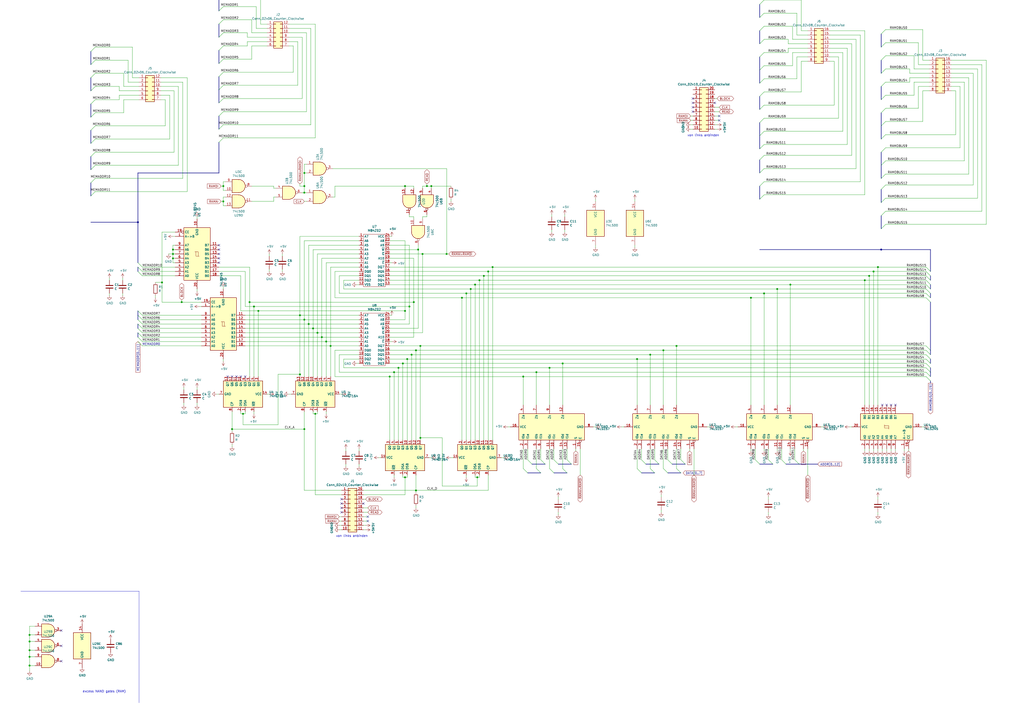
<source format=kicad_sch>
(kicad_sch (version 20200618) (host eeschema "(5.99.0-2101-geb1ff80d5)")
  (page 1 1)
  (paper "A2")
  (title_block (title "RAM") (rev "1") (company "Wilhelm-Maybach-Schule Heilbronn") (comment 1 "Kevin da Silva Fernandes"))
  (junction (at 17.145 368.3))
  (junction (at 17.145 372.11))
  (junction (at 17.145 377.19))
  (junction (at 17.145 381))
  (junction (at 17.145 386.08))
  (junction (at 93.98 163.83))
  (junction (at 100.33 144.78))
  (junction (at 100.33 147.32))
  (junction (at 100.33 149.86))
  (junction (at 105.41 175.26))
  (junction (at 129.54 107.95))
  (junction (at 129.54 116.84))
  (junction (at 134.62 248.92))
  (junction (at 140.97 240.03))
  (junction (at 144.78 175.26))
  (junction (at 147.32 177.8))
  (junction (at 149.86 180.34))
  (junction (at 173.99 182.88))
  (junction (at 173.99 217.17))
  (junction (at 176.53 100.33))
  (junction (at 176.53 107.95))
  (junction (at 176.53 111.76))
  (junction (at 176.53 185.42))
  (junction (at 176.53 248.92))
  (junction (at 179.07 187.96))
  (junction (at 181.61 190.5))
  (junction (at 182.88 240.03))
  (junction (at 184.15 193.04))
  (junction (at 186.69 195.58))
  (junction (at 189.23 198.12))
  (junction (at 191.77 200.66))
  (junction (at 226.06 218.44))
  (junction (at 228.6 215.9))
  (junction (at 231.14 213.36))
  (junction (at 233.68 210.82))
  (junction (at 234.95 107.95))
  (junction (at 234.95 180.34))
  (junction (at 234.95 276.86))
  (junction (at 236.22 208.28))
  (junction (at 237.49 177.8))
  (junction (at 238.76 205.74))
  (junction (at 240.03 175.26))
  (junction (at 241.3 203.2))
  (junction (at 241.3 284.48))
  (junction (at 242.57 144.78))
  (junction (at 243.84 200.66))
  (junction (at 243.84 254))
  (junction (at 245.11 147.32))
  (junction (at 247.65 107.95))
  (junction (at 250.19 107.95))
  (junction (at 259.08 147.32))
  (junction (at 267.97 172.72))
  (junction (at 270.51 170.18))
  (junction (at 273.05 167.64))
  (junction (at 275.59 165.1))
  (junction (at 276.86 276.86))
  (junction (at 278.13 162.56))
  (junction (at 280.67 160.02))
  (junction (at 283.21 157.48))
  (junction (at 285.75 154.94))
  (junction (at 303.53 218.44))
  (junction (at 311.15 215.9))
  (junction (at 318.77 213.36))
  (junction (at 326.39 210.82))
  (junction (at 369.57 208.28))
  (junction (at 377.19 205.74))
  (junction (at 384.81 203.2))
  (junction (at 392.43 200.66))
  (junction (at 435.61 172.72))
  (junction (at 443.23 170.18))
  (junction (at 450.85 167.64))
  (junction (at 458.47 165.1))
  (junction (at 501.65 162.56))
  (junction (at 504.19 160.02))
  (junction (at 506.73 157.48))
  (junction (at 509.27 154.94))
  (junction (at 80.01 128.905))
  (junction (at 511.175 144.78))
  (no_connect (at 516.89 234.95))
  (no_connect (at 137.16 218.44))
  (no_connect (at 127 147.32))
  (no_connect (at 127 144.78))
  (no_connect (at 414.655 59.69))
  (no_connect (at 519.43 234.95))
  (no_connect (at 132.08 218.44))
  (no_connect (at 134.62 218.44))
  (no_connect (at 401.955 64.77))
  (no_connect (at 35.56 374.65))
  (no_connect (at 417.195 69.85))
  (no_connect (at 401.955 62.23))
  (no_connect (at 35.56 365.76))
  (no_connect (at 401.955 57.15))
  (no_connect (at 139.7 218.44))
  (no_connect (at 198.12 289.56))
  (no_connect (at 213.36 302.26))
  (no_connect (at 417.195 67.31))
  (no_connect (at 198.12 292.1))
  (no_connect (at 198.12 294.64))
  (no_connect (at 198.12 297.18))
  (no_connect (at 210.82 292.1))
  (no_connect (at 213.36 299.72))
  (no_connect (at 127 149.86))
  (no_connect (at 401.955 59.69))
  (no_connect (at 127 152.4))
  (no_connect (at 127 142.24))
  (no_connect (at 514.35 234.95))
  (no_connect (at 35.56 383.54))
  (no_connect (at 511.81 234.95))
  (no_connect (at 142.24 218.44))
  (bus_entry (at 55.245 27.305) (size -2.54 2.54) (stroke (width 0.1524)))
  (bus_entry (at 55.245 34.925) (size -2.54 2.54) (stroke (width 0.1524)))
  (bus_entry (at 55.245 42.545) (size -2.54 2.54) (stroke (width 0.1524)))
  (bus_entry (at 55.245 50.165) (size -2.54 2.54) (stroke (width 0.1524)))
  (bus_entry (at 55.245 57.785) (size -2.54 2.54) (stroke (width 0.1524)))
  (bus_entry (at 55.245 65.405) (size -2.54 2.54) (stroke (width 0.1524)))
  (bus_entry (at 55.245 73.025) (size -2.54 2.54) (stroke (width 0.1524)))
  (bus_entry (at 55.245 80.645) (size -2.54 2.54) (stroke (width 0.1524)))
  (bus_entry (at 55.245 88.265) (size -2.54 2.54) (stroke (width 0.1524)))
  (bus_entry (at 55.245 95.885) (size -2.54 2.54) (stroke (width 0.1524)))
  (bus_entry (at 55.245 103.505) (size -2.54 2.54) (stroke (width 0.1524)))
  (bus_entry (at 55.245 111.125) (size -2.54 2.54) (stroke (width 0.1524)))
  (bus_entry (at 80.01 152.4) (size 2.54 2.54) (stroke (width 0.1524)))
  (bus_entry (at 80.01 154.94) (size 2.54 2.54) (stroke (width 0.1524)))
  (bus_entry (at 80.01 157.48) (size 2.54 2.54) (stroke (width 0.1524)))
  (bus_entry (at 80.01 180.34) (size 2.54 2.54) (stroke (width 0.1524)))
  (bus_entry (at 80.01 182.88) (size 2.54 2.54) (stroke (width 0.1524)))
  (bus_entry (at 80.01 185.42) (size 2.54 2.54) (stroke (width 0.1524)))
  (bus_entry (at 80.01 187.96) (size 2.54 2.54) (stroke (width 0.1524)))
  (bus_entry (at 80.01 190.5) (size 2.54 2.54) (stroke (width 0.1524)))
  (bus_entry (at 80.01 193.04) (size 2.54 2.54) (stroke (width 0.1524)))
  (bus_entry (at 80.01 195.58) (size 2.54 2.54) (stroke (width 0.1524)))
  (bus_entry (at 80.01 198.12) (size 2.54 2.54) (stroke (width 0.1524)))
  (bus_entry (at 129.54 -3.81) (size -2.54 2.54) (stroke (width 0.1524)))
  (bus_entry (at 129.54 3.81) (size -2.54 2.54) (stroke (width 0.1524)))
  (bus_entry (at 129.54 11.43) (size -2.54 2.54) (stroke (width 0.1524)))
  (bus_entry (at 129.54 19.05) (size -2.54 2.54) (stroke (width 0.1524)))
  (bus_entry (at 129.54 26.67) (size -2.54 2.54) (stroke (width 0.1524)))
  (bus_entry (at 129.54 34.29) (size -2.54 2.54) (stroke (width 0.1524)))
  (bus_entry (at 129.54 41.91) (size -2.54 2.54) (stroke (width 0.1524)))
  (bus_entry (at 129.54 49.53) (size -2.54 2.54) (stroke (width 0.1524)))
  (bus_entry (at 129.54 57.15) (size -2.54 2.54) (stroke (width 0.1524)))
  (bus_entry (at 129.54 64.77) (size -2.54 2.54) (stroke (width 0.1524)))
  (bus_entry (at 129.54 72.39) (size -2.54 2.54) (stroke (width 0.1524)))
  (bus_entry (at 129.54 80.01) (size -2.54 2.54) (stroke (width 0.1524)))
  (bus_entry (at 303.53 271.78) (size 2.54 2.54) (stroke (width 0.1524)))
  (bus_entry (at 306.07 266.7) (size 2.54 2.54) (stroke (width 0.1524)))
  (bus_entry (at 311.15 271.78) (size 2.54 2.54) (stroke (width 0.1524)))
  (bus_entry (at 313.69 266.7) (size 2.54 2.54) (stroke (width 0.1524)))
  (bus_entry (at 318.77 271.78) (size 2.54 2.54) (stroke (width 0.1524)))
  (bus_entry (at 321.31 266.7) (size 2.54 2.54) (stroke (width 0.1524)))
  (bus_entry (at 326.39 271.78) (size 2.54 2.54) (stroke (width 0.1524)))
  (bus_entry (at 328.93 266.7) (size 2.54 2.54) (stroke (width 0.1524)))
  (bus_entry (at 369.57 271.78) (size 2.54 2.54) (stroke (width 0.1524)))
  (bus_entry (at 372.11 266.7) (size 2.54 2.54) (stroke (width 0.1524)))
  (bus_entry (at 377.19 271.78) (size 2.54 2.54) (stroke (width 0.1524)))
  (bus_entry (at 379.73 266.7) (size 2.54 2.54) (stroke (width 0.1524)))
  (bus_entry (at 384.81 271.78) (size 2.54 2.54) (stroke (width 0.1524)))
  (bus_entry (at 387.35 266.7) (size 2.54 2.54) (stroke (width 0.1524)))
  (bus_entry (at 392.43 271.78) (size 2.54 2.54) (stroke (width 0.1524)))
  (bus_entry (at 394.97 266.7) (size 2.54 2.54) (stroke (width 0.1524)))
  (bus_entry (at 438.15 266.7) (size 2.54 2.54) (stroke (width 0.1524)))
  (bus_entry (at 443.23 0) (size -2.54 2.54) (stroke (width 0.1524)))
  (bus_entry (at 443.23 7.62) (size -2.54 2.54) (stroke (width 0.1524)))
  (bus_entry (at 443.23 15.24) (size -2.54 2.54) (stroke (width 0.1524)))
  (bus_entry (at 443.23 22.86) (size -2.54 2.54) (stroke (width 0.1524)))
  (bus_entry (at 443.23 30.48) (size -2.54 2.54) (stroke (width 0.1524)))
  (bus_entry (at 443.23 38.1) (size -2.54 2.54) (stroke (width 0.1524)))
  (bus_entry (at 443.23 45.72) (size -2.54 2.54) (stroke (width 0.1524)))
  (bus_entry (at 443.23 53.34) (size -2.54 2.54) (stroke (width 0.1524)))
  (bus_entry (at 443.23 60.96) (size -2.54 2.54) (stroke (width 0.1524)))
  (bus_entry (at 443.23 68.58) (size -2.54 2.54) (stroke (width 0.1524)))
  (bus_entry (at 443.23 76.2) (size -2.54 2.54) (stroke (width 0.1524)))
  (bus_entry (at 443.23 83.82) (size -2.54 2.54) (stroke (width 0.1524)))
  (bus_entry (at 443.23 90.17) (size -2.54 2.54) (stroke (width 0.1524)))
  (bus_entry (at 443.23 97.79) (size -2.54 2.54) (stroke (width 0.1524)))
  (bus_entry (at 443.23 105.41) (size -2.54 2.54) (stroke (width 0.1524)))
  (bus_entry (at 443.23 113.03) (size -2.54 2.54) (stroke (width 0.1524)))
  (bus_entry (at 445.77 266.7) (size 2.54 2.54) (stroke (width 0.1524)))
  (bus_entry (at 453.39 266.7) (size 2.54 2.54) (stroke (width 0.1524)))
  (bus_entry (at 461.01 266.7) (size 2.54 2.54) (stroke (width 0.1524)))
  (bus_entry (at 513.715 17.145) (size -2.54 2.54) (stroke (width 0.1524)))
  (bus_entry (at 513.715 24.765) (size -2.54 2.54) (stroke (width 0.1524)))
  (bus_entry (at 513.715 32.385) (size -2.54 2.54) (stroke (width 0.1524)))
  (bus_entry (at 513.715 40.005) (size -2.54 2.54) (stroke (width 0.1524)))
  (bus_entry (at 513.715 47.625) (size -2.54 2.54) (stroke (width 0.1524)))
  (bus_entry (at 513.715 55.245) (size -2.54 2.54) (stroke (width 0.1524)))
  (bus_entry (at 513.715 62.865) (size -2.54 2.54) (stroke (width 0.1524)))
  (bus_entry (at 513.715 70.485) (size -2.54 2.54) (stroke (width 0.1524)))
  (bus_entry (at 513.715 78.105) (size -2.54 2.54) (stroke (width 0.1524)))
  (bus_entry (at 513.715 85.725) (size -2.54 2.54) (stroke (width 0.1524)))
  (bus_entry (at 513.715 93.345) (size -2.54 2.54) (stroke (width 0.1524)))
  (bus_entry (at 513.715 100.965) (size -2.54 2.54) (stroke (width 0.1524)))
  (bus_entry (at 513.715 107.315) (size -2.54 2.54) (stroke (width 0.1524)))
  (bus_entry (at 513.715 114.935) (size -2.54 2.54) (stroke (width 0.1524)))
  (bus_entry (at 513.715 122.555) (size -2.54 2.54) (stroke (width 0.1524)))
  (bus_entry (at 513.715 130.175) (size -2.54 2.54) (stroke (width 0.1524)))
  (bus_entry (at 537.21 154.94) (size 2.54 2.54) (stroke (width 0.1524)))
  (bus_entry (at 537.21 157.48) (size 2.54 2.54) (stroke (width 0.1524)))
  (bus_entry (at 537.21 160.02) (size 2.54 2.54) (stroke (width 0.1524)))
  (bus_entry (at 537.21 162.56) (size 2.54 2.54) (stroke (width 0.1524)))
  (bus_entry (at 537.21 165.1) (size 2.54 2.54) (stroke (width 0.1524)))
  (bus_entry (at 537.21 167.64) (size 2.54 2.54) (stroke (width 0.1524)))
  (bus_entry (at 537.21 170.18) (size 2.54 2.54) (stroke (width 0.1524)))
  (bus_entry (at 537.21 172.72) (size 2.54 2.54) (stroke (width 0.1524)))
  (bus_entry (at 537.21 200.66) (size 2.54 2.54) (stroke (width 0.1524)))
  (bus_entry (at 537.21 203.2) (size 2.54 2.54) (stroke (width 0.1524)))
  (bus_entry (at 537.21 205.74) (size 2.54 2.54) (stroke (width 0.1524)))
  (bus_entry (at 537.21 208.28) (size 2.54 2.54) (stroke (width 0.1524)))
  (bus_entry (at 537.21 210.82) (size 2.54 2.54) (stroke (width 0.1524)))
  (bus_entry (at 537.21 213.36) (size 2.54 2.54) (stroke (width 0.1524)))
  (bus_entry (at 537.21 215.9) (size 2.54 2.54) (stroke (width 0.1524)))
  (bus_entry (at 537.21 218.44) (size 2.54 2.54) (stroke (width 0.1524)))
  (wire (pts (xy 17.145 363.22) (xy 17.145 368.3)))
  (wire (pts (xy 17.145 363.22) (xy 20.32 363.22)))
  (wire (pts (xy 17.145 368.3) (xy 17.145 372.11)))
  (wire (pts (xy 17.145 368.3) (xy 20.32 368.3)))
  (wire (pts (xy 17.145 372.11) (xy 17.145 377.19)))
  (wire (pts (xy 17.145 372.11) (xy 20.32 372.11)))
  (wire (pts (xy 17.145 377.19) (xy 17.145 381)))
  (wire (pts (xy 17.145 377.19) (xy 20.32 377.19)))
  (wire (pts (xy 17.145 381) (xy 17.145 386.08)))
  (wire (pts (xy 17.145 381) (xy 20.32 381)))
  (wire (pts (xy 17.145 386.08) (xy 17.145 389.255)))
  (wire (pts (xy 17.145 386.08) (xy 20.32 386.08)))
  (wire (pts (xy 55.245 27.305) (xy 76.835 27.305)))
  (wire (pts (xy 55.245 34.925) (xy 74.295 34.925)))
  (wire (pts (xy 55.245 42.545) (xy 71.755 42.545)))
  (wire (pts (xy 55.245 50.165) (xy 69.215 50.165)))
  (wire (pts (xy 55.245 57.785) (xy 69.215 57.785)))
  (wire (pts (xy 55.245 65.405) (xy 71.755 65.405)))
  (wire (pts (xy 55.245 73.025) (xy 95.885 73.025)))
  (wire (pts (xy 55.245 80.645) (xy 98.425 80.645)))
  (wire (pts (xy 55.245 88.265) (xy 100.965 88.265)))
  (wire (pts (xy 55.245 95.885) (xy 103.505 95.885)))
  (wire (pts (xy 55.245 103.505) (xy 106.045 103.505)))
  (wire (pts (xy 55.245 111.125) (xy 108.585 111.125)))
  (wire (pts (xy 63.5 161.29) (xy 63.5 162.56)))
  (wire (pts (xy 63.5 170.18) (xy 63.5 171.45)))
  (wire (pts (xy 69.215 50.165) (xy 69.215 52.705)))
  (wire (pts (xy 69.215 52.705) (xy 80.645 52.705)))
  (wire (pts (xy 69.215 55.245) (xy 80.645 55.245)))
  (wire (pts (xy 69.215 57.785) (xy 69.215 55.245)))
  (wire (pts (xy 71.12 161.29) (xy 71.12 162.56)))
  (wire (pts (xy 71.12 170.18) (xy 71.12 171.45)))
  (wire (pts (xy 71.755 42.545) (xy 71.755 50.165)))
  (wire (pts (xy 71.755 50.165) (xy 80.645 50.165)))
  (wire (pts (xy 71.755 57.785) (xy 71.755 65.405)))
  (wire (pts (xy 74.295 47.625) (xy 74.295 34.925)))
  (wire (pts (xy 76.835 27.305) (xy 76.835 45.085)))
  (wire (pts (xy 76.835 45.085) (xy 80.645 45.085)))
  (wire (pts (xy 80.645 47.625) (xy 74.295 47.625)))
  (wire (pts (xy 80.645 57.785) (xy 71.755 57.785)))
  (wire (pts (xy 82.55 154.94) (xy 101.6 154.94)))
  (wire (pts (xy 82.55 160.02) (xy 101.6 160.02)))
  (wire (pts (xy 82.55 185.42) (xy 116.84 185.42)))
  (wire (pts (xy 82.55 190.5) (xy 116.84 190.5)))
  (wire (pts (xy 82.55 195.58) (xy 116.84 195.58)))
  (wire (pts (xy 82.55 198.12) (xy 116.84 198.12)))
  (wire (pts (xy 90.17 163.83) (xy 93.98 163.83)))
  (wire (pts (xy 90.17 172.72) (xy 90.17 171.45)))
  (wire (pts (xy 93.345 47.625) (xy 106.045 47.625)))
  (wire (pts (xy 93.345 52.705) (xy 100.965 52.705)))
  (wire (pts (xy 93.345 55.245) (xy 98.425 55.245)))
  (wire (pts (xy 93.98 134.62) (xy 101.6 134.62)))
  (wire (pts (xy 93.98 163.83) (xy 93.98 134.62)))
  (wire (pts (xy 93.98 175.26) (xy 93.98 163.83)))
  (wire (pts (xy 95.885 57.785) (xy 93.345 57.785)))
  (wire (pts (xy 95.885 73.025) (xy 95.885 57.785)))
  (wire (pts (xy 97.79 147.32) (xy 100.33 147.32)))
  (wire (pts (xy 98.425 55.245) (xy 98.425 80.645)))
  (wire (pts (xy 100.33 137.16) (xy 101.6 137.16)))
  (wire (pts (xy 100.33 142.24) (xy 100.33 144.78)))
  (wire (pts (xy 100.33 144.78) (xy 100.33 147.32)))
  (wire (pts (xy 100.33 147.32) (xy 100.33 149.86)))
  (wire (pts (xy 100.33 147.32) (xy 101.6 147.32)))
  (wire (pts (xy 100.33 149.86) (xy 100.33 152.4)))
  (wire (pts (xy 100.33 152.4) (xy 101.6 152.4)))
  (wire (pts (xy 100.965 52.705) (xy 100.965 88.265)))
  (wire (pts (xy 101.6 142.24) (xy 100.33 142.24)))
  (wire (pts (xy 101.6 144.78) (xy 100.33 144.78)))
  (wire (pts (xy 101.6 149.86) (xy 100.33 149.86)))
  (wire (pts (xy 101.6 157.48) (xy 82.55 157.48)))
  (wire (pts (xy 103.505 50.165) (xy 93.345 50.165)))
  (wire (pts (xy 103.505 95.885) (xy 103.505 50.165)))
  (wire (pts (xy 105.41 173.99) (xy 105.41 175.26)))
  (wire (pts (xy 105.41 175.26) (xy 93.98 175.26)))
  (wire (pts (xy 106.045 47.625) (xy 106.045 103.505)))
  (wire (pts (xy 106.68 224.79) (xy 106.68 226.06)))
  (wire (pts (xy 106.68 233.68) (xy 106.68 234.95)))
  (wire (pts (xy 108.585 45.085) (xy 93.345 45.085)))
  (wire (pts (xy 108.585 111.125) (xy 108.585 45.085)))
  (wire (pts (xy 114.3 125.73) (xy 114.3 127)))
  (wire (pts (xy 114.3 168.91) (xy 114.3 167.64)))
  (wire (pts (xy 114.3 224.79) (xy 114.3 226.06)))
  (wire (pts (xy 114.3 233.68) (xy 114.3 234.95)))
  (wire (pts (xy 115.57 177.8) (xy 116.84 177.8)))
  (wire (pts (xy 116.84 175.26) (xy 105.41 175.26)))
  (wire (pts (xy 116.84 182.88) (xy 82.55 182.88)))
  (wire (pts (xy 116.84 187.96) (xy 82.55 187.96)))
  (wire (pts (xy 116.84 193.04) (xy 82.55 193.04)))
  (wire (pts (xy 116.84 200.66) (xy 82.55 200.66)))
  (wire (pts (xy 127 228.6) (xy 125.73 228.6)))
  (wire (pts (xy 128.27 107.95) (xy 129.54 107.95)))
  (wire (pts (xy 129.54 -3.81) (xy 151.13 -3.81)))
  (wire (pts (xy 129.54 3.81) (xy 148.59 3.81)))
  (wire (pts (xy 129.54 11.43) (xy 146.05 11.43)))
  (wire (pts (xy 129.54 19.05) (xy 143.51 19.05)))
  (wire (pts (xy 129.54 26.67) (xy 143.51 26.67)))
  (wire (pts (xy 129.54 34.29) (xy 146.05 34.29)))
  (wire (pts (xy 129.54 41.91) (xy 170.18 41.91)))
  (wire (pts (xy 129.54 49.53) (xy 172.72 49.53)))
  (wire (pts (xy 129.54 57.15) (xy 175.26 57.15)))
  (wire (pts (xy 129.54 64.77) (xy 177.8 64.77)))
  (wire (pts (xy 129.54 72.39) (xy 180.34 72.39)))
  (wire (pts (xy 129.54 80.01) (xy 182.88 80.01)))
  (wire (pts (xy 129.54 105.41) (xy 130.81 105.41)))
  (wire (pts (xy 129.54 107.95) (xy 129.54 105.41)))
  (wire (pts (xy 129.54 107.95) (xy 129.54 110.49)))
  (wire (pts (xy 129.54 110.49) (xy 130.81 110.49)))
  (wire (pts (xy 129.54 114.3) (xy 130.81 114.3)))
  (wire (pts (xy 129.54 116.84) (xy 128.27 116.84)))
  (wire (pts (xy 129.54 116.84) (xy 129.54 114.3)))
  (wire (pts (xy 129.54 119.38) (xy 129.54 116.84)))
  (wire (pts (xy 129.54 166.37) (xy 129.54 167.64)))
  (wire (pts (xy 129.54 209.55) (xy 129.54 208.28)))
  (wire (pts (xy 130.81 119.38) (xy 129.54 119.38)))
  (wire (pts (xy 134.62 238.76) (xy 134.62 248.92)))
  (wire (pts (xy 134.62 248.92) (xy 134.62 250.19)))
  (wire (pts (xy 134.62 248.92) (xy 176.53 248.92)))
  (wire (pts (xy 134.62 259.08) (xy 134.62 257.81)))
  (wire (pts (xy 139.7 160.02) (xy 127 160.02)))
  (wire (pts (xy 139.7 180.34) (xy 139.7 160.02)))
  (wire (pts (xy 139.7 180.34) (xy 149.86 180.34)))
  (wire (pts (xy 139.7 240.03) (xy 139.7 238.76)))
  (wire (pts (xy 140.97 240.03) (xy 139.7 240.03)))
  (wire (pts (xy 140.97 240.03) (xy 142.24 240.03)))
  (wire (pts (xy 140.97 246.38) (xy 140.97 240.03)))
  (wire (pts (xy 142.24 157.48) (xy 127 157.48)))
  (wire (pts (xy 142.24 157.48) (xy 142.24 177.8)))
  (wire (pts (xy 142.24 177.8) (xy 147.32 177.8)))
  (wire (pts (xy 142.24 182.88) (xy 173.99 182.88)))
  (wire (pts (xy 142.24 187.96) (xy 179.07 187.96)))
  (wire (pts (xy 142.24 193.04) (xy 184.15 193.04)))
  (wire (pts (xy 142.24 198.12) (xy 189.23 198.12)))
  (wire (pts (xy 142.24 240.03) (xy 142.24 238.76)))
  (wire (pts (xy 143.51 19.05) (xy 143.51 21.59)))
  (wire (pts (xy 143.51 21.59) (xy 154.94 21.59)))
  (wire (pts (xy 143.51 24.13) (xy 154.94 24.13)))
  (wire (pts (xy 143.51 26.67) (xy 143.51 24.13)))
  (wire (pts (xy 144.78 154.94) (xy 127 154.94)))
  (wire (pts (xy 144.78 175.26) (xy 144.78 154.94)))
  (wire (pts (xy 144.78 175.26) (xy 144.78 218.44)))
  (wire (pts (xy 146.05 11.43) (xy 146.05 19.05)))
  (wire (pts (xy 146.05 19.05) (xy 154.94 19.05)))
  (wire (pts (xy 146.05 26.67) (xy 146.05 34.29)))
  (wire (pts (xy 146.05 107.95) (xy 158.75 107.95)))
  (wire (pts (xy 147.32 177.8) (xy 147.32 218.44)))
  (wire (pts (xy 147.32 177.8) (xy 237.49 177.8)))
  (wire (pts (xy 147.32 238.76) (xy 147.32 240.03)))
  (wire (pts (xy 148.59 16.51) (xy 148.59 3.81)))
  (wire (pts (xy 149.86 180.34) (xy 149.86 218.44)))
  (wire (pts (xy 149.86 180.34) (xy 234.95 180.34)))
  (wire (pts (xy 151.13 -3.81) (xy 151.13 13.97)))
  (wire (pts (xy 151.13 13.97) (xy 154.94 13.97)))
  (wire (pts (xy 154.94 16.51) (xy 148.59 16.51)))
  (wire (pts (xy 154.94 26.67) (xy 146.05 26.67)))
  (wire (pts (xy 156.21 147.32) (xy 156.21 148.59)))
  (wire (pts (xy 156.21 156.21) (xy 156.21 157.48)))
  (wire (pts (xy 156.21 228.6) (xy 154.94 228.6)))
  (wire (pts (xy 158.75 107.95) (xy 158.75 109.22)))
  (wire (pts (xy 158.75 109.22) (xy 160.02 109.22)))
  (wire (pts (xy 158.75 114.3) (xy 158.75 116.84)))
  (wire (pts (xy 158.75 116.84) (xy 146.05 116.84)))
  (wire (pts (xy 160.02 114.3) (xy 158.75 114.3)))
  (wire (pts (xy 161.29 217.17) (xy 161.29 246.38)))
  (wire (pts (xy 161.29 246.38) (xy 140.97 246.38)))
  (wire (pts (xy 163.83 147.32) (xy 163.83 148.59)))
  (wire (pts (xy 163.83 156.21) (xy 163.83 157.48)))
  (wire (pts (xy 167.64 16.51) (xy 180.34 16.51)))
  (wire (pts (xy 167.64 21.59) (xy 175.26 21.59)))
  (wire (pts (xy 167.64 24.13) (xy 172.72 24.13)))
  (wire (pts (xy 168.91 228.6) (xy 167.64 228.6)))
  (wire (pts (xy 170.18 26.67) (xy 167.64 26.67)))
  (wire (pts (xy 170.18 41.91) (xy 170.18 26.67)))
  (wire (pts (xy 172.72 24.13) (xy 172.72 49.53)))
  (wire (pts (xy 173.99 106.68) (xy 173.99 107.95)))
  (wire (pts (xy 173.99 107.95) (xy 176.53 107.95)))
  (wire (pts (xy 173.99 137.16) (xy 173.99 182.88)))
  (wire (pts (xy 173.99 182.88) (xy 173.99 217.17)))
  (wire (pts (xy 173.99 217.17) (xy 161.29 217.17)))
  (wire (pts (xy 173.99 217.17) (xy 173.99 218.44)))
  (wire (pts (xy 175.26 21.59) (xy 175.26 57.15)))
  (wire (pts (xy 175.26 111.76) (xy 176.53 111.76)))
  (wire (pts (xy 176.53 95.25) (xy 177.8 95.25)))
  (wire (pts (xy 176.53 100.33) (xy 176.53 95.25)))
  (wire (pts (xy 176.53 107.95) (xy 176.53 100.33)))
  (wire (pts (xy 176.53 111.76) (xy 176.53 107.95)))
  (wire (pts (xy 176.53 111.76) (xy 177.8 111.76)))
  (wire (pts (xy 176.53 116.84) (xy 177.8 116.84)))
  (wire (pts (xy 176.53 139.7) (xy 176.53 185.42)))
  (wire (pts (xy 176.53 139.7) (xy 208.28 139.7)))
  (wire (pts (xy 176.53 185.42) (xy 142.24 185.42)))
  (wire (pts (xy 176.53 185.42) (xy 176.53 218.44)))
  (wire (pts (xy 176.53 185.42) (xy 208.28 185.42)))
  (wire (pts (xy 176.53 248.92) (xy 176.53 238.76)))
  (wire (pts (xy 176.53 284.48) (xy 176.53 248.92)))
  (wire (pts (xy 177.8 19.05) (xy 167.64 19.05)))
  (wire (pts (xy 177.8 64.77) (xy 177.8 19.05)))
  (wire (pts (xy 177.8 100.33) (xy 176.53 100.33)))
  (wire (pts (xy 179.07 142.24) (xy 179.07 187.96)))
  (wire (pts (xy 179.07 187.96) (xy 179.07 218.44)))
  (wire (pts (xy 180.34 16.51) (xy 180.34 72.39)))
  (wire (pts (xy 181.61 144.78) (xy 181.61 190.5)))
  (wire (pts (xy 181.61 144.78) (xy 208.28 144.78)))
  (wire (pts (xy 181.61 190.5) (xy 142.24 190.5)))
  (wire (pts (xy 181.61 190.5) (xy 181.61 218.44)))
  (wire (pts (xy 181.61 190.5) (xy 208.28 190.5)))
  (wire (pts (xy 181.61 240.03) (xy 181.61 238.76)))
  (wire (pts (xy 181.61 240.03) (xy 182.88 240.03)))
  (wire (pts (xy 182.88 13.97) (xy 167.64 13.97)))
  (wire (pts (xy 182.88 80.01) (xy 182.88 13.97)))
  (wire (pts (xy 182.88 240.03) (xy 184.15 240.03)))
  (wire (pts (xy 182.88 287.02) (xy 182.88 240.03)))
  (wire (pts (xy 184.15 147.32) (xy 184.15 193.04)))
  (wire (pts (xy 184.15 193.04) (xy 184.15 218.44)))
  (wire (pts (xy 184.15 238.76) (xy 184.15 240.03)))
  (wire (pts (xy 186.69 149.86) (xy 186.69 195.58)))
  (wire (pts (xy 186.69 149.86) (xy 208.28 149.86)))
  (wire (pts (xy 186.69 195.58) (xy 142.24 195.58)))
  (wire (pts (xy 186.69 195.58) (xy 186.69 218.44)))
  (wire (pts (xy 186.69 195.58) (xy 208.28 195.58)))
  (wire (pts (xy 189.23 152.4) (xy 189.23 198.12)))
  (wire (pts (xy 189.23 198.12) (xy 189.23 218.44)))
  (wire (pts (xy 189.23 240.03) (xy 189.23 238.76)))
  (wire (pts (xy 191.77 154.94) (xy 191.77 200.66)))
  (wire (pts (xy 191.77 154.94) (xy 208.28 154.94)))
  (wire (pts (xy 191.77 200.66) (xy 142.24 200.66)))
  (wire (pts (xy 191.77 200.66) (xy 191.77 218.44)))
  (wire (pts (xy 191.77 200.66) (xy 208.28 200.66)))
  (wire (pts (xy 193.04 97.79) (xy 259.08 97.79)))
  (wire (pts (xy 193.04 114.3) (xy 194.31 114.3)))
  (wire (pts (xy 194.31 107.95) (xy 234.95 107.95)))
  (wire (pts (xy 194.31 114.3) (xy 194.31 107.95)))
  (wire (pts (xy 194.31 157.48) (xy 194.31 172.72)))
  (wire (pts (xy 194.31 172.72) (xy 267.97 172.72)))
  (wire (pts (xy 194.31 203.2) (xy 194.31 218.44)))
  (wire (pts (xy 194.31 218.44) (xy 226.06 218.44)))
  (wire (pts (xy 196.85 160.02) (xy 196.85 170.18)))
  (wire (pts (xy 196.85 170.18) (xy 270.51 170.18)))
  (wire (pts (xy 196.85 205.74) (xy 196.85 215.9)))
  (wire (pts (xy 196.85 215.9) (xy 228.6 215.9)))
  (wire (pts (xy 196.85 299.72) (xy 198.12 299.72)))
  (wire (pts (xy 196.85 302.26) (xy 198.12 302.26)))
  (wire (pts (xy 198.12 228.6) (xy 196.85 228.6)))
  (wire (pts (xy 198.12 284.48) (xy 176.53 284.48)))
  (wire (pts (xy 198.12 287.02) (xy 182.88 287.02)))
  (wire (pts (xy 198.12 304.8) (xy 196.85 304.8)))
  (wire (pts (xy 198.12 307.34) (xy 196.85 307.34)))
  (wire (pts (xy 199.39 162.56) (xy 199.39 167.64)))
  (wire (pts (xy 199.39 167.64) (xy 273.05 167.64)))
  (wire (pts (xy 199.39 208.28) (xy 199.39 213.36)))
  (wire (pts (xy 199.39 213.36) (xy 231.14 213.36)))
  (wire (pts (xy 200.66 260.35) (xy 200.66 261.62)))
  (wire (pts (xy 200.66 269.24) (xy 200.66 270.51)))
  (wire (pts (xy 207.01 165.1) (xy 208.28 165.1)))
  (wire (pts (xy 207.01 210.82) (xy 208.28 210.82)))
  (wire (pts (xy 208.28 137.16) (xy 173.99 137.16)))
  (wire (pts (xy 208.28 142.24) (xy 179.07 142.24)))
  (wire (pts (xy 208.28 147.32) (xy 184.15 147.32)))
  (wire (pts (xy 208.28 152.4) (xy 189.23 152.4)))
  (wire (pts (xy 208.28 157.48) (xy 194.31 157.48)))
  (wire (pts (xy 208.28 160.02) (xy 196.85 160.02)))
  (wire (pts (xy 208.28 162.56) (xy 199.39 162.56)))
  (wire (pts (xy 208.28 182.88) (xy 173.99 182.88)))
  (wire (pts (xy 208.28 187.96) (xy 179.07 187.96)))
  (wire (pts (xy 208.28 193.04) (xy 184.15 193.04)))
  (wire (pts (xy 208.28 198.12) (xy 189.23 198.12)))
  (wire (pts (xy 208.28 203.2) (xy 194.31 203.2)))
  (wire (pts (xy 208.28 205.74) (xy 196.85 205.74)))
  (wire (pts (xy 208.28 208.28) (xy 199.39 208.28)))
  (wire (pts (xy 208.28 260.35) (xy 208.28 261.62)))
  (wire (pts (xy 208.28 269.24) (xy 208.28 270.51)))
  (wire (pts (xy 210.82 287.02) (xy 234.95 287.02)))
  (wire (pts (xy 210.82 294.64) (xy 213.36 294.64)))
  (wire (pts (xy 210.82 297.18) (xy 213.36 297.18)))
  (wire (pts (xy 210.82 299.72) (xy 213.36 299.72)))
  (wire (pts (xy 210.82 302.26) (xy 213.36 302.26)))
  (wire (pts (xy 212.09 289.56) (xy 210.82 289.56)))
  (wire (pts (xy 212.09 304.8) (xy 210.82 304.8)))
  (wire (pts (xy 212.09 307.34) (xy 210.82 307.34)))
  (wire (pts (xy 219.71 265.43) (xy 220.98 265.43)))
  (wire (pts (xy 226.06 142.24) (xy 237.49 142.24)))
  (wire (pts (xy 226.06 147.32) (xy 245.11 147.32)))
  (wire (pts (xy 226.06 154.94) (xy 285.75 154.94)))
  (wire (pts (xy 226.06 157.48) (xy 283.21 157.48)))
  (wire (pts (xy 226.06 160.02) (xy 280.67 160.02)))
  (wire (pts (xy 226.06 162.56) (xy 278.13 162.56)))
  (wire (pts (xy 226.06 165.1) (xy 275.59 165.1)))
  (wire (pts (xy 226.06 185.42) (xy 234.95 185.42)))
  (wire (pts (xy 226.06 190.5) (xy 242.57 190.5)))
  (wire (pts (xy 226.06 193.04) (xy 245.11 193.04)))
  (wire (pts (xy 226.06 195.58) (xy 240.03 195.58)))
  (wire (pts (xy 226.06 200.66) (xy 243.84 200.66)))
  (wire (pts (xy 226.06 203.2) (xy 241.3 203.2)))
  (wire (pts (xy 226.06 205.74) (xy 238.76 205.74)))
  (wire (pts (xy 226.06 208.28) (xy 236.22 208.28)))
  (wire (pts (xy 226.06 210.82) (xy 233.68 210.82)))
  (wire (pts (xy 226.06 218.44) (xy 226.06 255.27)))
  (wire (pts (xy 226.06 218.44) (xy 303.53 218.44)))
  (wire (pts (xy 227.33 137.16) (xy 226.06 137.16)))
  (wire (pts (xy 227.33 152.4) (xy 226.06 152.4)))
  (wire (pts (xy 227.33 182.88) (xy 226.06 182.88)))
  (wire (pts (xy 227.33 198.12) (xy 226.06 198.12)))
  (wire (pts (xy 228.6 215.9) (xy 311.15 215.9)))
  (wire (pts (xy 228.6 255.27) (xy 228.6 215.9)))
  (wire (pts (xy 228.6 275.59) (xy 228.6 276.86)))
  (wire (pts (xy 231.14 213.36) (xy 231.14 255.27)))
  (wire (pts (xy 231.14 213.36) (xy 318.77 213.36)))
  (wire (pts (xy 233.68 210.82) (xy 326.39 210.82)))
  (wire (pts (xy 233.68 255.27) (xy 233.68 210.82)))
  (wire (pts (xy 233.68 275.59) (xy 233.68 276.86)))
  (wire (pts (xy 233.68 276.86) (xy 234.95 276.86)))
  (wire (pts (xy 234.95 107.95) (xy 234.95 109.22)))
  (wire (pts (xy 234.95 139.7) (xy 226.06 139.7)))
  (wire (pts (xy 234.95 180.34) (xy 234.95 139.7)))
  (wire (pts (xy 234.95 185.42) (xy 234.95 180.34)))
  (wire (pts (xy 234.95 276.86) (xy 234.95 287.02)))
  (wire (pts (xy 234.95 276.86) (xy 236.22 276.86)))
  (wire (pts (xy 236.22 208.28) (xy 236.22 255.27)))
  (wire (pts (xy 236.22 208.28) (xy 369.57 208.28)))
  (wire (pts (xy 236.22 276.86) (xy 236.22 275.59)))
  (wire (pts (xy 237.49 124.46) (xy 237.49 125.73)))
  (wire (pts (xy 237.49 125.73) (xy 240.03 125.73)))
  (wire (pts (xy 237.49 142.24) (xy 237.49 177.8)))
  (wire (pts (xy 237.49 177.8) (xy 237.49 187.96)))
  (wire (pts (xy 237.49 187.96) (xy 226.06 187.96)))
  (wire (pts (xy 238.76 205.74) (xy 377.19 205.74)))
  (wire (pts (xy 238.76 255.27) (xy 238.76 205.74)))
  (wire (pts (xy 240.03 107.95) (xy 234.95 107.95)))
  (wire (pts (xy 240.03 109.22) (xy 240.03 107.95)))
  (wire (pts (xy 240.03 125.73) (xy 240.03 127)))
  (wire (pts (xy 240.03 149.86) (xy 226.06 149.86)))
  (wire (pts (xy 240.03 175.26) (xy 144.78 175.26)))
  (wire (pts (xy 240.03 175.26) (xy 240.03 149.86)))
  (wire (pts (xy 240.03 195.58) (xy 240.03 175.26)))
  (wire (pts (xy 241.3 203.2) (xy 241.3 255.27)))
  (wire (pts (xy 241.3 203.2) (xy 384.81 203.2)))
  (wire (pts (xy 241.3 275.59) (xy 241.3 284.48)))
  (wire (pts (xy 241.3 284.48) (xy 210.82 284.48)))
  (wire (pts (xy 241.3 285.75) (xy 241.3 284.48)))
  (wire (pts (xy 241.3 294.64) (xy 241.3 293.37)))
  (wire (pts (xy 242.57 142.24) (xy 242.57 144.78)))
  (wire (pts (xy 242.57 144.78) (xy 226.06 144.78)))
  (wire (pts (xy 242.57 144.78) (xy 242.57 190.5)))
  (wire (pts (xy 243.84 200.66) (xy 392.43 200.66)))
  (wire (pts (xy 243.84 254) (xy 243.84 200.66)))
  (wire (pts (xy 243.84 254) (xy 256.54 254)))
  (wire (pts (xy 243.84 255.27) (xy 243.84 254)))
  (wire (pts (xy 245.11 107.95) (xy 245.11 109.22)))
  (wire (pts (xy 245.11 125.73) (xy 247.65 125.73)))
  (wire (pts (xy 245.11 127) (xy 245.11 125.73)))
  (wire (pts (xy 245.11 147.32) (xy 245.11 193.04)))
  (wire (pts (xy 247.65 106.68) (xy 247.65 107.95)))
  (wire (pts (xy 247.65 107.95) (xy 245.11 107.95)))
  (wire (pts (xy 247.65 125.73) (xy 247.65 124.46)))
  (wire (pts (xy 250.19 107.95) (xy 247.65 107.95)))
  (wire (pts (xy 250.19 109.22) (xy 250.19 107.95)))
  (wire (pts (xy 250.19 265.43) (xy 248.92 265.43)))
  (wire (pts (xy 256.54 254) (xy 256.54 281.94)))
  (wire (pts (xy 256.54 281.94) (xy 276.86 281.94)))
  (wire (pts (xy 259.08 97.79) (xy 259.08 147.32)))
  (wire (pts (xy 259.08 147.32) (xy 245.11 147.32)))
  (wire (pts (xy 260.35 147.32) (xy 259.08 147.32)))
  (wire (pts (xy 261.62 107.95) (xy 250.19 107.95)))
  (wire (pts (xy 261.62 116.84) (xy 261.62 115.57)))
  (wire (pts (xy 261.62 265.43) (xy 262.89 265.43)))
  (wire (pts (xy 267.97 172.72) (xy 267.97 255.27)))
  (wire (pts (xy 267.97 172.72) (xy 435.61 172.72)))
  (wire (pts (xy 270.51 170.18) (xy 270.51 255.27)))
  (wire (pts (xy 270.51 170.18) (xy 443.23 170.18)))
  (wire (pts (xy 270.51 275.59) (xy 270.51 276.86)))
  (wire (pts (xy 273.05 167.64) (xy 273.05 255.27)))
  (wire (pts (xy 273.05 167.64) (xy 450.85 167.64)))
  (wire (pts (xy 275.59 255.27) (xy 275.59 165.1)))
  (wire (pts (xy 275.59 276.86) (xy 275.59 275.59)))
  (wire (pts (xy 275.59 276.86) (xy 276.86 276.86)))
  (wire (pts (xy 276.86 276.86) (xy 278.13 276.86)))
  (wire (pts (xy 276.86 281.94) (xy 276.86 276.86)))
  (wire (pts (xy 278.13 162.56) (xy 278.13 255.27)))
  (wire (pts (xy 278.13 162.56) (xy 501.65 162.56)))
  (wire (pts (xy 278.13 276.86) (xy 278.13 275.59)))
  (wire (pts (xy 280.67 255.27) (xy 280.67 160.02)))
  (wire (pts (xy 283.21 157.48) (xy 283.21 255.27)))
  (wire (pts (xy 283.21 157.48) (xy 506.73 157.48)))
  (wire (pts (xy 283.21 275.59) (xy 283.21 284.48)))
  (wire (pts (xy 283.21 284.48) (xy 241.3 284.48)))
  (wire (pts (xy 285.75 255.27) (xy 285.75 154.94)))
  (wire (pts (xy 292.1 265.43) (xy 290.83 265.43)))
  (wire (pts (xy 295.91 247.65) (xy 294.64 247.65)))
  (wire (pts (xy 303.53 218.44) (xy 537.21 218.44)))
  (wire (pts (xy 303.53 234.95) (xy 303.53 218.44)))
  (wire (pts (xy 303.53 271.78) (xy 303.53 260.35)))
  (wire (pts (xy 306.07 260.35) (xy 306.07 266.7)))
  (wire (pts (xy 311.15 215.9) (xy 311.15 234.95)))
  (wire (pts (xy 311.15 215.9) (xy 537.21 215.9)))
  (wire (pts (xy 311.15 260.35) (xy 311.15 271.78)))
  (wire (pts (xy 313.69 266.7) (xy 313.69 260.35)))
  (wire (pts (xy 318.77 213.36) (xy 537.21 213.36)))
  (wire (pts (xy 318.77 234.95) (xy 318.77 213.36)))
  (wire (pts (xy 318.77 271.78) (xy 318.77 260.35)))
  (wire (pts (xy 320.04 124.46) (xy 320.04 125.73)))
  (wire (pts (xy 320.04 133.35) (xy 320.04 134.62)))
  (wire (pts (xy 321.31 260.35) (xy 321.31 266.7)))
  (wire (pts (xy 323.85 288.29) (xy 323.85 289.56)))
  (wire (pts (xy 323.85 297.18) (xy 323.85 298.45)))
  (wire (pts (xy 326.39 210.82) (xy 326.39 234.95)))
  (wire (pts (xy 326.39 210.82) (xy 537.21 210.82)))
  (wire (pts (xy 326.39 260.35) (xy 326.39 271.78)))
  (wire (pts (xy 327.66 124.46) (xy 327.66 125.73)))
  (wire (pts (xy 327.66 133.35) (xy 327.66 134.62)))
  (wire (pts (xy 328.93 260.35) (xy 328.93 266.7)))
  (wire (pts (xy 334.01 261.62) (xy 334.01 260.35)))
  (wire (pts (xy 336.55 275.59) (xy 336.55 260.35)))
  (wire (pts (xy 344.17 247.65) (xy 345.44 247.65)))
  (wire (pts (xy 345.44 115.57) (xy 345.44 116.84)))
  (wire (pts (xy 345.44 142.24) (xy 345.44 143.51)))
  (wire (pts (xy 361.95 247.65) (xy 360.68 247.65)))
  (wire (pts (xy 368.3 115.57) (xy 368.3 116.84)))
  (wire (pts (xy 368.3 143.51) (xy 368.3 142.24)))
  (wire (pts (xy 369.57 208.28) (xy 369.57 234.95)))
  (wire (pts (xy 369.57 208.28) (xy 537.21 208.28)))
  (wire (pts (xy 369.57 271.78) (xy 369.57 260.35)))
  (wire (pts (xy 372.11 266.7) (xy 372.11 260.35)))
  (wire (pts (xy 377.19 205.74) (xy 537.21 205.74)))
  (wire (pts (xy 377.19 234.95) (xy 377.19 205.74)))
  (wire (pts (xy 377.19 260.35) (xy 377.19 271.78)))
  (wire (pts (xy 379.73 260.35) (xy 379.73 266.7)))
  (wire (pts (xy 383.54 287.02) (xy 383.54 288.29)))
  (wire (pts (xy 383.54 295.91) (xy 383.54 297.18)))
  (wire (pts (xy 384.81 203.2) (xy 384.81 234.95)))
  (wire (pts (xy 384.81 203.2) (xy 537.21 203.2)))
  (wire (pts (xy 384.81 271.78) (xy 384.81 260.35)))
  (wire (pts (xy 387.35 266.7) (xy 387.35 260.35)))
  (wire (pts (xy 392.43 200.66) (xy 537.21 200.66)))
  (wire (pts (xy 392.43 234.95) (xy 392.43 200.66)))
  (wire (pts (xy 392.43 260.35) (xy 392.43 271.78)))
  (wire (pts (xy 394.97 260.35) (xy 394.97 266.7)))
  (wire (pts (xy 400.05 261.62) (xy 400.05 260.35)))
  (wire (pts (xy 400.685 67.31) (xy 401.955 67.31)))
  (wire (pts (xy 400.685 69.85) (xy 401.955 69.85)))
  (wire (pts (xy 401.955 72.39) (xy 400.685 72.39)))
  (wire (pts (xy 401.955 74.93) (xy 400.685 74.93)))
  (wire (pts (xy 402.59 275.59) (xy 402.59 260.35)))
  (wire (pts (xy 410.21 247.65) (xy 411.48 247.65)))
  (wire (pts (xy 414.655 62.23) (xy 417.195 62.23)))
  (wire (pts (xy 414.655 64.77) (xy 417.195 64.77)))
  (wire (pts (xy 414.655 67.31) (xy 417.195 67.31)))
  (wire (pts (xy 414.655 69.85) (xy 417.195 69.85)))
  (wire (pts (xy 415.925 57.15) (xy 414.655 57.15)))
  (wire (pts (xy 415.925 72.39) (xy 414.655 72.39)))
  (wire (pts (xy 415.925 74.93) (xy 414.655 74.93)))
  (wire (pts (xy 427.99 247.65) (xy 426.72 247.65)))
  (wire (pts (xy 435.61 172.72) (xy 435.61 234.95)))
  (wire (pts (xy 435.61 172.72) (xy 537.21 172.72)))
  (wire (pts (xy 435.61 260.35) (xy 435.61 261.62)))
  (wire (pts (xy 438.15 266.7) (xy 438.15 260.35)))
  (wire (pts (xy 443.23 0) (xy 464.82 0)))
  (wire (pts (xy 443.23 7.62) (xy 462.28 7.62)))
  (wire (pts (xy 443.23 15.24) (xy 459.74 15.24)))
  (wire (pts (xy 443.23 22.86) (xy 457.2 22.86)))
  (wire (pts (xy 443.23 30.48) (xy 457.2 30.48)))
  (wire (pts (xy 443.23 38.1) (xy 459.74 38.1)))
  (wire (pts (xy 443.23 45.72) (xy 462.28 45.72)))
  (wire (pts (xy 443.23 53.34) (xy 464.82 53.34)))
  (wire (pts (xy 443.23 60.96) (xy 483.87 60.96)))
  (wire (pts (xy 443.23 68.58) (xy 486.41 68.58)))
  (wire (pts (xy 443.23 76.2) (xy 488.95 76.2)))
  (wire (pts (xy 443.23 83.82) (xy 491.49 83.82)))
  (wire (pts (xy 443.23 90.17) (xy 494.03 90.17)))
  (wire (pts (xy 443.23 97.79) (xy 496.57 97.79)))
  (wire (pts (xy 443.23 105.41) (xy 499.11 105.41)))
  (wire (pts (xy 443.23 113.03) (xy 501.65 113.03)))
  (wire (pts (xy 443.23 170.18) (xy 537.21 170.18)))
  (wire (pts (xy 443.23 234.95) (xy 443.23 170.18)))
  (wire (pts (xy 443.23 260.35) (xy 443.23 261.62)))
  (wire (pts (xy 445.77 260.35) (xy 445.77 266.7)))
  (wire (pts (xy 445.77 288.29) (xy 445.77 289.56)))
  (wire (pts (xy 445.77 297.18) (xy 445.77 298.45)))
  (wire (pts (xy 450.85 167.64) (xy 450.85 234.95)))
  (wire (pts (xy 450.85 167.64) (xy 537.21 167.64)))
  (wire (pts (xy 450.85 260.35) (xy 450.85 261.62)))
  (wire (pts (xy 453.39 266.7) (xy 453.39 260.35)))
  (wire (pts (xy 457.2 22.86) (xy 457.2 25.4)))
  (wire (pts (xy 457.2 25.4) (xy 468.63 25.4)))
  (wire (pts (xy 457.2 27.94) (xy 468.63 27.94)))
  (wire (pts (xy 457.2 30.48) (xy 457.2 27.94)))
  (wire (pts (xy 458.47 165.1) (xy 275.59 165.1)))
  (wire (pts (xy 458.47 165.1) (xy 537.21 165.1)))
  (wire (pts (xy 458.47 234.95) (xy 458.47 165.1)))
  (wire (pts (xy 458.47 260.35) (xy 458.47 261.62)))
  (wire (pts (xy 459.74 15.24) (xy 459.74 22.86)))
  (wire (pts (xy 459.74 22.86) (xy 468.63 22.86)))
  (wire (pts (xy 459.74 30.48) (xy 459.74 38.1)))
  (wire (pts (xy 461.01 260.35) (xy 461.01 266.7)))
  (wire (pts (xy 462.28 20.32) (xy 462.28 7.62)))
  (wire (pts (xy 462.28 33.02) (xy 462.28 45.72)))
  (wire (pts (xy 464.82 0) (xy 464.82 17.78)))
  (wire (pts (xy 464.82 17.78) (xy 468.63 17.78)))
  (wire (pts (xy 464.82 35.56) (xy 468.63 35.56)))
  (wire (pts (xy 464.82 53.34) (xy 464.82 35.56)))
  (wire (pts (xy 466.09 261.62) (xy 466.09 260.35)))
  (wire (pts (xy 468.63 20.32) (xy 462.28 20.32)))
  (wire (pts (xy 468.63 30.48) (xy 459.74 30.48)))
  (wire (pts (xy 468.63 33.02) (xy 462.28 33.02)))
  (wire (pts (xy 468.63 275.59) (xy 468.63 260.35)))
  (wire (pts (xy 476.25 247.65) (xy 477.52 247.65)))
  (wire (pts (xy 481.33 20.32) (xy 499.11 20.32)))
  (wire (pts (xy 481.33 25.4) (xy 494.03 25.4)))
  (wire (pts (xy 481.33 30.48) (xy 488.95 30.48)))
  (wire (pts (xy 481.33 35.56) (xy 483.87 35.56)))
  (wire (pts (xy 483.87 35.56) (xy 483.87 60.96)))
  (wire (pts (xy 486.41 33.02) (xy 481.33 33.02)))
  (wire (pts (xy 486.41 68.58) (xy 486.41 33.02)))
  (wire (pts (xy 488.95 30.48) (xy 488.95 76.2)))
  (wire (pts (xy 491.49 27.94) (xy 481.33 27.94)))
  (wire (pts (xy 491.49 83.82) (xy 491.49 27.94)))
  (wire (pts (xy 492.76 247.65) (xy 494.03 247.65)))
  (wire (pts (xy 494.03 25.4) (xy 494.03 90.17)))
  (wire (pts (xy 496.57 22.86) (xy 481.33 22.86)))
  (wire (pts (xy 496.57 97.79) (xy 496.57 22.86)))
  (wire (pts (xy 499.11 20.32) (xy 499.11 105.41)))
  (wire (pts (xy 501.65 17.78) (xy 481.33 17.78)))
  (wire (pts (xy 501.65 113.03) (xy 501.65 17.78)))
  (wire (pts (xy 501.65 162.56) (xy 501.65 234.95)))
  (wire (pts (xy 501.65 162.56) (xy 537.21 162.56)))
  (wire (pts (xy 501.65 260.35) (xy 501.65 261.62)))
  (wire (pts (xy 504.19 160.02) (xy 280.67 160.02)))
  (wire (pts (xy 504.19 160.02) (xy 537.21 160.02)))
  (wire (pts (xy 504.19 234.95) (xy 504.19 160.02)))
  (wire (pts (xy 504.19 260.35) (xy 504.19 261.62)))
  (wire (pts (xy 506.73 157.48) (xy 506.73 234.95)))
  (wire (pts (xy 506.73 157.48) (xy 537.21 157.48)))
  (wire (pts (xy 506.73 260.35) (xy 506.73 261.62)))
  (wire (pts (xy 509.27 154.94) (xy 285.75 154.94)))
  (wire (pts (xy 509.27 234.95) (xy 509.27 154.94)))
  (wire (pts (xy 509.27 260.35) (xy 509.27 261.62)))
  (wire (pts (xy 509.27 288.29) (xy 509.27 289.56)))
  (wire (pts (xy 509.27 297.18) (xy 509.27 298.45)))
  (wire (pts (xy 511.81 260.35) (xy 511.81 261.62)))
  (wire (pts (xy 513.715 17.145) (xy 535.305 17.145)))
  (wire (pts (xy 513.715 24.765) (xy 532.765 24.765)))
  (wire (pts (xy 513.715 32.385) (xy 530.225 32.385)))
  (wire (pts (xy 513.715 40.005) (xy 527.685 40.005)))
  (wire (pts (xy 513.715 47.625) (xy 527.685 47.625)))
  (wire (pts (xy 513.715 55.245) (xy 530.225 55.245)))
  (wire (pts (xy 513.715 62.865) (xy 532.765 62.865)))
  (wire (pts (xy 513.715 70.485) (xy 535.305 70.485)))
  (wire (pts (xy 513.715 78.105) (xy 554.355 78.105)))
  (wire (pts (xy 513.715 85.725) (xy 556.895 85.725)))
  (wire (pts (xy 513.715 93.345) (xy 559.435 93.345)))
  (wire (pts (xy 513.715 100.965) (xy 561.975 100.965)))
  (wire (pts (xy 513.715 107.315) (xy 564.515 107.315)))
  (wire (pts (xy 513.715 114.935) (xy 567.055 114.935)))
  (wire (pts (xy 513.715 122.555) (xy 569.595 122.555)))
  (wire (pts (xy 513.715 130.175) (xy 572.135 130.175)))
  (wire (pts (xy 514.35 260.35) (xy 514.35 261.62)))
  (wire (pts (xy 516.89 260.35) (xy 516.89 261.62)))
  (wire (pts (xy 519.43 260.35) (xy 519.43 261.62)))
  (wire (pts (xy 524.51 261.62) (xy 524.51 260.35)))
  (wire (pts (xy 527.05 261.62) (xy 527.05 260.35)))
  (wire (pts (xy 527.685 40.005) (xy 527.685 42.545)))
  (wire (pts (xy 527.685 42.545) (xy 539.115 42.545)))
  (wire (pts (xy 527.685 45.085) (xy 539.115 45.085)))
  (wire (pts (xy 527.685 47.625) (xy 527.685 45.085)))
  (wire (pts (xy 530.225 32.385) (xy 530.225 40.005)))
  (wire (pts (xy 530.225 40.005) (xy 539.115 40.005)))
  (wire (pts (xy 530.225 47.625) (xy 530.225 55.245)))
  (wire (pts (xy 532.765 37.465) (xy 532.765 24.765)))
  (wire (pts (xy 532.765 50.165) (xy 532.765 62.865)))
  (wire (pts (xy 535.305 17.145) (xy 535.305 34.925)))
  (wire (pts (xy 535.305 34.925) (xy 539.115 34.925)))
  (wire (pts (xy 535.305 52.705) (xy 539.115 52.705)))
  (wire (pts (xy 535.305 70.485) (xy 535.305 52.705)))
  (wire (pts (xy 535.94 247.65) (xy 534.67 247.65)))
  (wire (pts (xy 537.21 154.94) (xy 509.27 154.94)))
  (wire (pts (xy 539.115 37.465) (xy 532.765 37.465)))
  (wire (pts (xy 539.115 47.625) (xy 530.225 47.625)))
  (wire (pts (xy 539.115 50.165) (xy 532.765 50.165)))
  (wire (pts (xy 551.815 37.465) (xy 569.595 37.465)))
  (wire (pts (xy 551.815 42.545) (xy 564.515 42.545)))
  (wire (pts (xy 551.815 47.625) (xy 559.435 47.625)))
  (wire (pts (xy 551.815 52.705) (xy 554.355 52.705)))
  (wire (pts (xy 554.355 52.705) (xy 554.355 78.105)))
  (wire (pts (xy 556.895 50.165) (xy 551.815 50.165)))
  (wire (pts (xy 556.895 85.725) (xy 556.895 50.165)))
  (wire (pts (xy 559.435 47.625) (xy 559.435 93.345)))
  (wire (pts (xy 561.975 45.085) (xy 551.815 45.085)))
  (wire (pts (xy 561.975 100.965) (xy 561.975 45.085)))
  (wire (pts (xy 564.515 42.545) (xy 564.515 107.315)))
  (wire (pts (xy 567.055 40.005) (xy 551.815 40.005)))
  (wire (pts (xy 567.055 114.935) (xy 567.055 40.005)))
  (wire (pts (xy 569.595 37.465) (xy 569.595 122.555)))
  (wire (pts (xy 572.135 34.925) (xy 551.815 34.925)))
  (wire (pts (xy 572.135 130.175) (xy 572.135 34.925)))
  (bus (pts (xy 52.705 29.845) (xy 52.705 45.085)))
  (bus (pts (xy 52.705 45.085) (xy 52.705 60.325)))
  (bus (pts (xy 52.705 60.325) (xy 52.705 75.565)))
  (bus (pts (xy 52.705 75.565) (xy 52.705 90.805)))
  (bus (pts (xy 52.705 90.805) (xy 52.705 106.045)))
  (bus (pts (xy 52.705 106.045) (xy 52.705 128.905)))
  (bus (pts (xy 52.705 128.905) (xy 80.01 128.905)))
  (bus (pts (xy 80.01 100.33) (xy 80.01 128.905)))
  (bus (pts (xy 80.01 128.905) (xy 80.01 154.94)))
  (bus (pts (xy 80.01 154.94) (xy 80.01 180.34)))
  (bus (pts (xy 80.01 180.34) (xy 80.01 182.88)))
  (bus (pts (xy 80.01 182.88) (xy 80.01 187.96)))
  (bus (pts (xy 80.01 187.96) (xy 80.01 193.04)))
  (bus (pts (xy 80.01 193.04) (xy 80.01 198.12)))
  (bus (pts (xy 127 -1.27) (xy 127 13.97)))
  (bus (pts (xy 127 13.97) (xy 127 29.21)))
  (bus (pts (xy 127 29.21) (xy 127 44.45)))
  (bus (pts (xy 127 44.45) (xy 127 52.07)))
  (bus (pts (xy 127 52.07) (xy 127 67.31)))
  (bus (pts (xy 127 67.31) (xy 127 82.55)))
  (bus (pts (xy 127 82.55) (xy 127 100.33)))
  (bus (pts (xy 127 100.33) (xy 80.01 100.33)))
  (bus (pts (xy 306.07 274.32) (xy 321.31 274.32)))
  (bus (pts (xy 308.61 269.24) (xy 323.85 269.24)))
  (bus (pts (xy 321.31 274.32) (xy 372.11 274.32)))
  (bus (pts (xy 323.85 269.24) (xy 374.65 269.24)))
  (bus (pts (xy 372.11 274.32) (xy 387.35 274.32)))
  (bus (pts (xy 374.65 269.24) (xy 389.89 269.24)))
  (bus (pts (xy 387.35 274.32) (xy 396.24 274.32)))
  (bus (pts (xy 389.89 269.24) (xy 440.69 269.24)))
  (bus (pts (xy 440.69 2.54) (xy 440.69 17.78)))
  (bus (pts (xy 440.69 17.78) (xy 440.69 33.02)))
  (bus (pts (xy 440.69 33.02) (xy 440.69 40.64)))
  (bus (pts (xy 440.69 40.64) (xy 440.69 55.88)))
  (bus (pts (xy 440.69 55.88) (xy 440.69 71.12)))
  (bus (pts (xy 440.69 71.12) (xy 440.69 78.74)))
  (bus (pts (xy 440.69 78.74) (xy 440.69 92.71)))
  (bus (pts (xy 440.69 92.71) (xy 440.69 107.95)))
  (bus (pts (xy 440.69 107.95) (xy 440.69 144.78)))
  (bus (pts (xy 440.69 144.78) (xy 511.175 144.78)))
  (bus (pts (xy 440.69 269.24) (xy 455.93 269.24)))
  (bus (pts (xy 455.93 269.24) (xy 463.55 269.24)))
  (bus (pts (xy 463.55 269.24) (xy 474.345 269.24)))
  (bus (pts (xy 511.175 19.685) (xy 511.175 34.925)))
  (bus (pts (xy 511.175 34.925) (xy 511.175 50.165)))
  (bus (pts (xy 511.175 50.165) (xy 511.175 65.405)))
  (bus (pts (xy 511.175 65.405) (xy 511.175 73.025)))
  (bus (pts (xy 511.175 73.025) (xy 511.175 88.265)))
  (bus (pts (xy 511.175 88.265) (xy 511.175 95.885)))
  (bus (pts (xy 511.175 95.885) (xy 511.175 109.855)))
  (bus (pts (xy 511.175 109.855) (xy 511.175 125.095)))
  (bus (pts (xy 511.175 125.095) (xy 511.175 144.78)))
  (bus (pts (xy 511.175 144.78) (xy 539.75 144.78)))
  (bus (pts (xy 539.75 144.78) (xy 539.75 160.02)))
  (bus (pts (xy 539.75 160.02) (xy 539.75 165.1)))
  (bus (pts (xy 539.75 165.1) (xy 539.75 170.18)))
  (bus (pts (xy 539.75 170.18) (xy 539.75 175.26)))
  (bus (pts (xy 539.75 175.26) (xy 539.75 203.2)))
  (bus (pts (xy 539.75 203.2) (xy 539.75 208.28)))
  (bus (pts (xy 539.75 208.28) (xy 539.75 213.36)))
  (bus (pts (xy 539.75 213.36) (xy 539.75 215.9)))
  (bus (pts (xy 539.75 215.9) (xy 539.75 220.98)))
  (bus (pts (xy 539.75 220.98) (xy 539.75 222.25)))
  (polyline (pts (xy 80.645 342.9) (xy 12.065 342.9)) (stroke (width 0) (type solid)))
  (polyline (pts (xy 80.645 407.67) (xy 80.645 342.9)) (stroke (width 0) (type solid)))
  (text "excess NAND gates (RAM)\n" (at 73.025 401.955 180) (effects (font (size 1.27 1.27)) (justify right bottom)))
  (text "von links anbinden\n" (at 213.36 311.785 180) (effects (font (size 1.27 1.27)) (justify right bottom)))
  (text "von links anbinden\n" (at 417.195 79.375 180) (effects (font (size 1.27 1.27)) (justify right bottom)))
  (label "MEMADDR0" (at 64.135 27.305 180))
  (label "MEMADDR1" (at 64.135 34.925 180))
  (label "MEMADDR2" (at 64.135 42.545 180))
  (label "MEMADDR3" (at 64.135 50.165 180))
  (label "MEMADDR4" (at 64.135 57.785 180))
  (label "MEMADDR5" (at 64.135 65.405 180))
  (label "MEMADDR6" (at 64.135 73.025 180))
  (label "MEMADDR7" (at 64.135 80.645 180))
  (label "MEMADDR8" (at 64.135 88.265 180))
  (label "MEMADDR9" (at 64.135 95.885 180))
  (label "MEMADDR10" (at 64.135 103.505 180))
  (label "MEMADDR11" (at 64.135 111.125 180))
  (label "MEMADDR10" (at 82.55 154.94 0))
  (label "MEMADDR9" (at 82.55 157.48 0))
  (label "MEMADDR8" (at 82.55 160.02 0))
  (label "MEMADDR7" (at 82.55 182.88 0))
  (label "MEMADDR6" (at 82.55 185.42 0))
  (label "MEMADDR5" (at 82.55 187.96 0))
  (label "MEMADDR4" (at 82.55 190.5 0))
  (label "MEMADDR3" (at 82.55 193.04 0))
  (label "MEMADDR2" (at 82.55 195.58 0))
  (label "MEMADDR1" (at 82.55 198.12 0))
  (label "MEMADDR0" (at 82.55 200.66 0))
  (label "MEMADDR0" (at 138.43 -3.81 180))
  (label "MEMADDR1" (at 138.43 3.81 180))
  (label "MEMADDR2" (at 138.43 11.43 180))
  (label "MEMADDR3" (at 138.43 19.05 180))
  (label "MEMADDR4" (at 138.43 26.67 180))
  (label "MEMADDR5" (at 138.43 34.29 180))
  (label "MEMADDR6" (at 138.43 41.91 180))
  (label "MEMADDR7" (at 138.43 49.53 180))
  (label "MEMADDR8" (at 138.43 57.15 180))
  (label "MEMADDR9" (at 138.43 64.77 180))
  (label "MEMADDR10" (at 138.43 72.39 180))
  (label "MEMADDR11" (at 138.43 80.01 180))
  (label "CLK_A" (at 165.1 248.92 0))
  (label "CLK_D" (at 247.65 284.48 0))
  (label "DATA0" (at 303.53 266.7 90))
  (label "ADDR0" (at 306.07 266.7 90))
  (label "DATA1" (at 311.15 266.7 90))
  (label "ADDR1" (at 313.69 266.7 90))
  (label "DATA2" (at 318.77 266.7 90))
  (label "ADDR2" (at 321.31 266.7 90))
  (label "DATA3" (at 326.39 266.7 90))
  (label "ADDR3" (at 328.93 266.7 90))
  (label "DATA4" (at 369.57 266.7 90))
  (label "ADDR4" (at 372.11 266.7 90))
  (label "DATA5" (at 377.19 266.7 90))
  (label "ADDR5" (at 379.73 266.7 90))
  (label "DATA6" (at 384.81 266.7 90))
  (label "ADDR6" (at 387.35 266.7 90))
  (label "DATA7" (at 392.43 266.7 90))
  (label "ADDR7" (at 394.97 266.7 90))
  (label "ADDR8" (at 438.15 266.7 90))
  (label "ADDR9" (at 445.77 266.7 90))
  (label "ADDR10" (at 453.39 266.7 90))
  (label "RAMOBUS0" (at 455.93 0 180))
  (label "RAMOBUS1" (at 455.93 7.62 180))
  (label "RAMOBUS2" (at 455.93 15.24 180))
  (label "RAMOBUS3" (at 455.93 22.86 180))
  (label "RAMOBUS4" (at 455.93 30.48 180))
  (label "RAMOBUS5" (at 455.93 38.1 180))
  (label "RAMOBUS6" (at 455.93 45.72 180))
  (label "RAMOBUS7" (at 455.93 53.34 180))
  (label "RAMOBUS8" (at 455.93 60.96 180))
  (label "RAMOBUS9" (at 455.93 68.58 180))
  (label "RAMOBUS10" (at 455.93 76.2 180))
  (label "RAMOBUS11" (at 455.93 83.82 180))
  (label "RAMOBUS12" (at 455.93 90.17 180))
  (label "RAMOBUS13" (at 455.93 97.79 180))
  (label "RAMOBUS14" (at 455.93 105.41 180))
  (label "RAMOBUS15" (at 455.93 113.03 180))
  (label "ADDR11" (at 461.01 266.7 90))
  (label "RAMOBUS15" (at 525.78 154.94 0))
  (label "RAMOBUS14" (at 525.78 157.48 0))
  (label "RAMOBUS13" (at 525.78 160.02 0))
  (label "RAMOBUS12" (at 525.78 162.56 0))
  (label "RAMOBUS11" (at 525.78 165.1 0))
  (label "RAMOBUS10" (at 525.78 167.64 0))
  (label "RAMOBUS9" (at 525.78 170.18 0))
  (label "RAMOBUS8" (at 525.78 172.72 0))
  (label "RAMOBUS7" (at 525.78 200.66 0))
  (label "RAMOBUS6" (at 525.78 203.2 0))
  (label "RAMOBUS5" (at 525.78 205.74 0))
  (label "RAMOBUS4" (at 525.78 208.28 0))
  (label "RAMOBUS3" (at 525.78 210.82 0))
  (label "RAMOBUS2" (at 525.78 213.36 0))
  (label "RAMOBUS1" (at 525.78 215.9 0))
  (label "RAMOBUS0" (at 525.78 218.44 0))
  (label "RAMOBUS0" (at 526.415 17.145 180))
  (label "RAMOBUS1" (at 526.415 24.765 180))
  (label "RAMOBUS2" (at 526.415 32.385 180))
  (label "RAMOBUS3" (at 526.415 40.005 180))
  (label "RAMOBUS4" (at 526.415 47.625 180))
  (label "RAMOBUS5" (at 526.415 55.245 180))
  (label "RAMOBUS6" (at 526.415 62.865 180))
  (label "RAMOBUS7" (at 526.415 70.485 180))
  (label "RAMOBUS8" (at 526.415 78.105 180))
  (label "RAMOBUS9" (at 526.415 85.725 180))
  (label "RAMOBUS10" (at 526.415 93.345 180))
  (label "RAMOBUS11" (at 526.415 100.965 180))
  (label "RAMOBUS12" (at 526.415 107.315 180))
  (label "RAMOBUS13" (at 526.415 114.935 180))
  (label "RAMOBUS14" (at 526.415 122.555 180))
  (label "RAMOBUS15" (at 526.415 130.175 180))
  (global_label "MEMADDR[0..11]" (shape input) (at 80.01 198.12 270))
  (global_label "BLOCK" (shape bidirectional) (at 105.41 173.99 90))
  (global_label "RAMDI" (shape input) (at 128.27 107.95 180))
  (global_label "RAMAI" (shape input) (at 128.27 116.84 180))
  (global_label "RAMAIvRAMDI" (shape bidirectional) (at 173.99 106.68 90))
  (global_label "CLK" (shape input) (at 176.53 116.84 180))
  (global_label "RAMDI" (shape input) (at 196.85 299.72 180))
  (global_label "RAMAI" (shape input) (at 196.85 302.26 180))
  (global_label "BLOCK" (shape bidirectional) (at 212.09 289.56 0))
  (global_label "CLK" (shape input) (at 213.36 294.64 0))
  (global_label "READ" (shape bidirectional) (at 213.36 297.18 0))
  (global_label "READ" (shape bidirectional) (at 247.65 106.68 90))
  (global_label "~RAMAIvRAMDI" (shape bidirectional) (at 260.35 147.32 0))
  (global_label "RAMAI" (shape input) (at 334.01 261.62 270))
  (global_label "~RAMAIvRAMDI" (shape bidirectional) (at 336.55 275.59 270))
  (global_label "DATA[0..7]" (shape input) (at 396.24 274.32 0))
  (global_label "RAMAI" (shape input) (at 400.05 261.62 270))
  (global_label "RAMDI" (shape input) (at 400.685 67.31 180))
  (global_label "RAMAI" (shape input) (at 400.685 69.85 180))
  (global_label "~RAMAIvRAMDI" (shape bidirectional) (at 402.59 275.59 270))
  (global_label "BLOCK" (shape bidirectional) (at 415.925 57.15 0))
  (global_label "CLK" (shape input) (at 417.195 62.23 0))
  (global_label "READ" (shape bidirectional) (at 417.195 64.77 0))
  (global_label "RAMAI" (shape input) (at 466.09 261.62 270))
  (global_label "~RAMAIvRAMDI" (shape bidirectional) (at 468.63 275.59 270))
  (global_label "ADDR[0..12]" (shape input) (at 474.345 269.24 0))
  (global_label "~RAMAIvRAMDI" (shape bidirectional) (at 527.05 261.62 270))
  (global_label "RAMOBUS[0..15]" (shape output) (at 539.75 222.25 270))
  (symbol (lib_id "power:+5V") (at 47.625 361.95 0) (unit 1)
    (property "Reference" "#PWR0442" (effects hide))
    (property "Value" "+5V" (at 48.006 357.5558 0))
  )
  (symbol (lib_id "power:+5V") (at 63.5 161.29 0) (unit 1)
    (property "Reference" "#PWR0127" (effects hide))
    (property "Value" "+5V" (at 63.881 156.8958 0))
  )
  (symbol (lib_id "power:+5V") (at 64.135 370.84 0) (unit 1)
    (property "Reference" "#PWR0444" (effects hide))
    (property "Value" "+5V" (at 64.516 366.4458 0))
  )
  (symbol (lib_id "power:+5V") (at 71.12 161.29 0) (unit 1)
    (property "Reference" "#PWR0128" (effects hide))
    (property "Value" "+5V" (at 71.501 156.8958 0))
  )
  (symbol (lib_id "power:+5V") (at 90.17 172.72 0) (mirror x) (unit 1)
    (property "Reference" "#PWR0124" (effects hide))
    (property "Value" "+5V" (at 90.551 177.1142 0))
  )
  (symbol (lib_id "power:+5V") (at 100.33 137.16 90) (mirror x) (unit 1)
    (property "Reference" "#PWR0130" (effects hide))
    (property "Value" "+5V" (at 95.9358 137.541 0))
  )
  (symbol (lib_id "power:+5V") (at 106.68 224.79 0) (unit 1)
    (property "Reference" "#PWR0135" (effects hide))
    (property "Value" "+5V" (at 107.061 220.3958 0))
  )
  (symbol (lib_id "power:+5V") (at 114.3 168.91 0) (mirror x) (unit 1)
    (property "Reference" "#PWR0131" (effects hide))
    (property "Value" "+5V" (at 114.681 173.3042 0))
  )
  (symbol (lib_id "power:+5V") (at 114.3 224.79 0) (unit 1)
    (property "Reference" "#PWR0123" (effects hide))
    (property "Value" "+5V" (at 114.681 220.3958 0))
  )
  (symbol (lib_id "power:+5V") (at 115.57 177.8 90) (mirror x) (unit 1)
    (property "Reference" "#PWR0133" (effects hide))
    (property "Value" "+5V" (at 111.1758 178.181 0))
  )
  (symbol (lib_id "power:+5V") (at 129.54 209.55 0) (mirror x) (unit 1)
    (property "Reference" "#PWR0134" (effects hide))
    (property "Value" "+5V" (at 129.921 213.9442 0))
  )
  (symbol (lib_id "power:+5V") (at 147.32 240.03 180) (unit 1)
    (property "Reference" "#PWR0148" (effects hide))
    (property "Value" "+5V" (at 146.939 244.4242 0))
  )
  (symbol (lib_id "power:+5V") (at 156.21 147.32 0) (unit 1)
    (property "Reference" "#PWR0181" (effects hide))
    (property "Value" "+5V" (at 156.591 142.9258 0))
  )
  (symbol (lib_id "power:+5V") (at 156.21 228.6 270) (unit 1)
    (property "Reference" "#PWR0149" (effects hide))
    (property "Value" "+5V" (at 160.6042 228.981 0))
  )
  (symbol (lib_id "power:+5V") (at 163.83 147.32 0) (unit 1)
    (property "Reference" "#PWR0183" (effects hide))
    (property "Value" "+5V" (at 164.211 142.9258 0))
  )
  (symbol (lib_id "power:+5V") (at 189.23 240.03 180) (unit 1)
    (property "Reference" "#PWR0146" (effects hide))
    (property "Value" "+5V" (at 188.849 244.4242 0))
  )
  (symbol (lib_id "power:+5V") (at 198.12 228.6 270) (unit 1)
    (property "Reference" "#PWR0147" (effects hide))
    (property "Value" "+5V" (at 202.5142 228.981 0))
  )
  (symbol (lib_id "power:+5V") (at 200.66 260.35 0) (unit 1)
    (property "Reference" "#PWR0142" (effects hide))
    (property "Value" "+5V" (at 201.041 255.9558 0))
  )
  (symbol (lib_id "power:+5V") (at 208.28 260.35 0) (unit 1)
    (property "Reference" "#PWR0141" (effects hide))
    (property "Value" "+5V" (at 208.661 255.9558 0))
  )
  (symbol (lib_id "power:+5V") (at 212.09 304.8 270) (unit 1)
    (property "Reference" "#PWR0155" (effects hide))
    (property "Value" "+5V" (at 216.4842 305.181 0))
  )
  (symbol (lib_id "power:+5V") (at 212.09 307.34 270) (unit 1)
    (property "Reference" "#PWR0152" (effects hide))
    (property "Value" "+5V" (at 216.4842 307.721 0))
  )
  (symbol (lib_id "power:+5V") (at 219.71 265.43 90) (unit 1)
    (property "Reference" "#PWR0140" (effects hide))
    (property "Value" "+5V" (at 215.3158 265.049 0))
  )
  (symbol (lib_id "power:+5V") (at 227.33 137.16 0) (unit 1)
    (property "Reference" "#PWR0186" (effects hide))
    (property "Value" "+5V" (at 227.711 132.7658 0))
  )
  (symbol (lib_id "power:+5V") (at 227.33 152.4 270) (unit 1)
    (property "Reference" "#PWR0185" (effects hide))
    (property "Value" "+5V" (at 230.5812 152.781 90) (effects (justify left)))
  )
  (symbol (lib_id "power:+5V") (at 227.33 182.88 0) (unit 1)
    (property "Reference" "#PWR0138" (effects hide))
    (property "Value" "+5V" (at 227.711 178.4858 0))
  )
  (symbol (lib_id "power:+5V") (at 227.33 198.12 270) (unit 1)
    (property "Reference" "#PWR0139" (effects hide))
    (property "Value" "+5V" (at 230.5812 198.501 90) (effects (justify left)))
  )
  (symbol (lib_id "power:+5V") (at 228.6 276.86 180) (unit 1)
    (property "Reference" "#PWR0143" (effects hide))
    (property "Value" "+5V" (at 228.219 281.2542 0))
  )
  (symbol (lib_id "power:+5V") (at 261.62 265.43 90) (unit 1)
    (property "Reference" "#PWR0109" (effects hide))
    (property "Value" "+5V" (at 257.2258 265.049 0))
  )
  (symbol (lib_id "power:+5V") (at 270.51 276.86 180) (unit 1)
    (property "Reference" "#PWR0108" (effects hide))
    (property "Value" "+5V" (at 270.129 281.2542 0))
  )
  (symbol (lib_id "power:+5V") (at 294.64 247.65 90) (unit 1)
    (property "Reference" "#PWR0111" (effects hide))
    (property "Value" "+5V" (at 291.3888 247.269 90) (effects (justify left)))
  )
  (symbol (lib_id "power:+5V") (at 320.04 124.46 0) (unit 1)
    (property "Reference" "#PWR0117" (effects hide))
    (property "Value" "+5V" (at 320.421 120.0658 0))
  )
  (symbol (lib_id "power:+5V") (at 323.85 288.29 0) (unit 1)
    (property "Reference" "#PWR0110" (effects hide))
    (property "Value" "+5V" (at 324.231 283.8958 0))
  )
  (symbol (lib_id "power:+5V") (at 327.66 124.46 0) (unit 1)
    (property "Reference" "#PWR0116" (effects hide))
    (property "Value" "+5V" (at 328.041 120.0658 0))
  )
  (symbol (lib_id "power:+5V") (at 345.44 115.57 0) (unit 1)
    (property "Reference" "#PWR0112" (effects hide))
    (property "Value" "+5V" (at 345.821 111.1758 0))
  )
  (symbol (lib_id "power:+5V") (at 360.68 247.65 90) (unit 1)
    (property "Reference" "#PWR0104" (effects hide))
    (property "Value" "+5V" (at 357.4288 247.269 90) (effects (justify left)))
  )
  (symbol (lib_id "power:+5V") (at 368.3 115.57 0) (unit 1)
    (property "Reference" "#PWR0114" (effects hide))
    (property "Value" "+5V" (at 368.681 111.1758 0))
  )
  (symbol (lib_id "power:+5V") (at 383.54 287.02 0) (unit 1)
    (property "Reference" "#PWR0102" (effects hide))
    (property "Value" "+5V" (at 383.921 282.6258 0))
  )
  (symbol (lib_id "power:+5V") (at 415.925 72.39 270) (unit 1)
    (property "Reference" "#PWR0188" (effects hide))
    (property "Value" "+5V" (at 420.3192 72.771 0))
  )
  (symbol (lib_id "power:+5V") (at 415.925 74.93 270) (unit 1)
    (property "Reference" "#PWR0189" (effects hide))
    (property "Value" "+5V" (at 420.3192 75.311 0))
  )
  (symbol (lib_id "power:+5V") (at 426.72 247.65 90) (unit 1)
    (property "Reference" "#PWR0160" (effects hide))
    (property "Value" "+5V" (at 423.4688 247.269 90) (effects (justify left)))
  )
  (symbol (lib_id "power:+5V") (at 445.77 288.29 0) (unit 1)
    (property "Reference" "#PWR0163" (effects hide))
    (property "Value" "+5V" (at 446.151 283.8958 0))
  )
  (symbol (lib_id "power:+5V") (at 458.47 261.62 180) (unit 1)
    (property "Reference" "#PWR0167" (effects hide))
    (property "Value" "+5V" (at 458.089 264.8712 90) (effects (justify left)))
  )
  (symbol (lib_id "power:+5V") (at 492.76 247.65 90) (unit 1)
    (property "Reference" "#PWR0166" (effects hide))
    (property "Value" "+5V" (at 489.5088 247.269 90) (effects (justify left)))
  )
  (symbol (lib_id "power:+5V") (at 509.27 288.29 0) (unit 1)
    (property "Reference" "#PWR0178" (effects hide))
    (property "Value" "+5V" (at 509.651 283.8958 0))
  )
  (symbol (lib_id "power:+5V") (at 524.51 261.62 180) (unit 1)
    (property "Reference" "#PWR0174" (effects hide))
    (property "Value" "+5V" (at 524.129 264.8712 90) (effects (justify left)))
  )
  (symbol (lib_id "power:GND") (at 17.145 389.255 0) (unit 1)
    (property "Reference" "#PWR0187" (effects hide))
    (property "Value" "GND" (at 17.272 393.6492 0))
  )
  (symbol (lib_id "power:GND") (at 47.625 387.35 0) (unit 1)
    (property "Reference" "#PWR0443" (effects hide))
    (property "Value" "GND" (at 47.752 391.7442 0))
  )
  (symbol (lib_id "power:GND") (at 63.5 171.45 0) (unit 1)
    (property "Reference" "#PWR0126" (effects hide))
    (property "Value" "GND" (at 63.627 175.8442 0))
  )
  (symbol (lib_id "power:GND") (at 64.135 378.46 0) (unit 1)
    (property "Reference" "#PWR0445" (effects hide))
    (property "Value" "GND" (at 64.262 382.8542 0))
  )
  (symbol (lib_id "power:GND") (at 71.12 171.45 0) (unit 1)
    (property "Reference" "#PWR0129" (effects hide))
    (property "Value" "GND" (at 71.247 175.8442 0))
  )
  (symbol (lib_id "power:GND") (at 97.79 147.32 0) (mirror y) (unit 1)
    (property "Reference" "#PWR0125" (effects hide))
    (property "Value" "GND" (at 97.663 151.7142 0))
  )
  (symbol (lib_id "power:GND") (at 106.68 234.95 0) (unit 1)
    (property "Reference" "#PWR0136" (effects hide))
    (property "Value" "GND" (at 106.807 239.3442 0))
  )
  (symbol (lib_id "power:GND") (at 114.3 125.73 0) (mirror x) (unit 1)
    (property "Reference" "#PWR0120" (effects hide))
    (property "Value" "GND" (at 114.427 121.3358 0))
  )
  (symbol (lib_id "power:GND") (at 114.3 234.95 0) (unit 1)
    (property "Reference" "#PWR0122" (effects hide))
    (property "Value" "GND" (at 114.427 239.3442 0))
  )
  (symbol (lib_id "power:GND") (at 125.73 228.6 270) (unit 1)
    (property "Reference" "#PWR0121" (effects hide))
    (property "Value" "GND" (at 121.3358 228.727 0))
  )
  (symbol (lib_id "power:GND") (at 129.54 166.37 0) (mirror x) (unit 1)
    (property "Reference" "#PWR0132" (effects hide))
    (property "Value" "GND" (at 129.667 161.9758 0))
  )
  (symbol (lib_id "power:GND") (at 134.62 259.08 0) (unit 1)
    (property "Reference" "#PWR0151" (effects hide))
    (property "Value" "GND" (at 134.747 263.4742 0))
  )
  (symbol (lib_id "power:GND") (at 156.21 157.48 0) (unit 1)
    (property "Reference" "#PWR0180" (effects hide))
    (property "Value" "GND" (at 156.337 161.8742 0))
  )
  (symbol (lib_id "power:GND") (at 163.83 157.48 0) (unit 1)
    (property "Reference" "#PWR0182" (effects hide))
    (property "Value" "GND" (at 163.957 161.8742 0))
  )
  (symbol (lib_id "power:GND") (at 167.64 228.6 270) (unit 1)
    (property "Reference" "#PWR0150" (effects hide))
    (property "Value" "GND" (at 163.2458 228.727 0))
  )
  (symbol (lib_id "power:GND") (at 196.85 304.8 270) (unit 1)
    (property "Reference" "#PWR0154" (effects hide))
    (property "Value" "GND" (at 192.4558 304.927 0))
  )
  (symbol (lib_id "power:GND") (at 196.85 307.34 270) (unit 1)
    (property "Reference" "#PWR0153" (effects hide))
    (property "Value" "GND" (at 192.4558 307.467 0))
  )
  (symbol (lib_id "power:GND") (at 200.66 270.51 0) (unit 1)
    (property "Reference" "#PWR0145" (effects hide))
    (property "Value" "GND" (at 200.787 274.9042 0))
  )
  (symbol (lib_id "power:GND") (at 207.01 165.1 270) (unit 1)
    (property "Reference" "#PWR0184" (effects hide))
    (property "Value" "GND" (at 203.7588 165.227 90) (effects (justify right)))
  )
  (symbol (lib_id "power:GND") (at 207.01 210.82 270) (unit 1)
    (property "Reference" "#PWR0137" (effects hide))
    (property "Value" "GND" (at 203.7588 210.947 90) (effects (justify right)))
  )
  (symbol (lib_id "power:GND") (at 208.28 270.51 0) (unit 1)
    (property "Reference" "#PWR0144" (effects hide))
    (property "Value" "GND" (at 208.407 274.9042 0))
  )
  (symbol (lib_id "power:GND") (at 241.3 294.64 0) (unit 1)
    (property "Reference" "#PWR0106" (effects hide))
    (property "Value" "GND" (at 241.427 299.0342 0))
  )
  (symbol (lib_id "power:GND") (at 250.19 265.43 90) (unit 1)
    (property "Reference" "#PWR0107" (effects hide))
    (property "Value" "GND" (at 254.5842 265.303 0))
  )
  (symbol (lib_id "power:GND") (at 261.62 116.84 0) (unit 1)
    (property "Reference" "#PWR0101" (effects hide))
    (property "Value" "GND" (at 261.747 121.2342 0))
  )
  (symbol (lib_id "power:GND") (at 292.1 265.43 90) (unit 1)
    (property "Reference" "#PWR0105" (effects hide))
    (property "Value" "GND" (at 296.4942 265.303 0))
  )
  (symbol (lib_id "power:GND") (at 320.04 134.62 0) (unit 1)
    (property "Reference" "#PWR0118" (effects hide))
    (property "Value" "GND" (at 320.167 139.0142 0))
  )
  (symbol (lib_id "power:GND") (at 323.85 298.45 0) (unit 1)
    (property "Reference" "#PWR0162" (effects hide))
    (property "Value" "GND" (at 323.977 302.8442 0))
  )
  (symbol (lib_id "power:GND") (at 327.66 134.62 0) (unit 1)
    (property "Reference" "#PWR0119" (effects hide))
    (property "Value" "GND" (at 327.787 139.0142 0))
  )
  (symbol (lib_id "power:GND") (at 345.44 143.51 0) (unit 1)
    (property "Reference" "#PWR0113" (effects hide))
    (property "Value" "GND" (at 345.567 147.9042 0))
  )
  (symbol (lib_id "power:GND") (at 345.44 247.65 90) (unit 1)
    (property "Reference" "#PWR0103" (effects hide))
    (property "Value" "GND" (at 348.6912 247.523 90) (effects (justify right)))
  )
  (symbol (lib_id "power:GND") (at 368.3 143.51 0) (unit 1)
    (property "Reference" "#PWR0115" (effects hide))
    (property "Value" "GND" (at 368.427 147.9042 0))
  )
  (symbol (lib_id "power:GND") (at 383.54 297.18 0) (unit 1)
    (property "Reference" "#PWR0161" (effects hide))
    (property "Value" "GND" (at 383.667 301.5742 0))
  )
  (symbol (lib_id "power:GND") (at 400.685 72.39 270) (unit 1)
    (property "Reference" "#PWR0190" (effects hide))
    (property "Value" "GND" (at 396.2908 72.517 0))
  )
  (symbol (lib_id "power:GND") (at 400.685 74.93 270) (unit 1)
    (property "Reference" "#PWR0191" (effects hide))
    (property "Value" "GND" (at 396.2908 75.057 0))
  )
  (symbol (lib_id "power:GND") (at 411.48 247.65 90) (unit 1)
    (property "Reference" "#PWR0165" (effects hide))
    (property "Value" "GND" (at 414.7312 247.523 90) (effects (justify right)))
  )
  (symbol (lib_id "power:GND") (at 435.61 261.62 0) (unit 1)
    (property "Reference" "#PWR0159" (effects hide))
    (property "Value" "GND" (at 435.737 264.8712 90) (effects (justify right)))
  )
  (symbol (lib_id "power:GND") (at 443.23 261.62 0) (unit 1)
    (property "Reference" "#PWR0158" (effects hide))
    (property "Value" "GND" (at 443.357 264.8712 90) (effects (justify right)))
  )
  (symbol (lib_id "power:GND") (at 445.77 298.45 0) (unit 1)
    (property "Reference" "#PWR0164" (effects hide))
    (property "Value" "GND" (at 445.897 302.8442 0))
  )
  (symbol (lib_id "power:GND") (at 450.85 261.62 0) (unit 1)
    (property "Reference" "#PWR0157" (effects hide))
    (property "Value" "GND" (at 450.977 264.8712 90) (effects (justify right)))
  )
  (symbol (lib_id "power:GND") (at 477.52 247.65 90) (unit 1)
    (property "Reference" "#PWR0156" (effects hide))
    (property "Value" "GND" (at 480.7712 247.523 90) (effects (justify right)))
  )
  (symbol (lib_id "power:GND") (at 501.65 261.62 0) (unit 1)
    (property "Reference" "#PWR0176" (effects hide))
    (property "Value" "GND" (at 501.777 264.8712 90) (effects (justify right)))
  )
  (symbol (lib_id "power:GND") (at 504.19 261.62 0) (unit 1)
    (property "Reference" "#PWR0177" (effects hide))
    (property "Value" "GND" (at 504.317 264.8712 90) (effects (justify right)))
  )
  (symbol (lib_id "power:GND") (at 506.73 261.62 0) (unit 1)
    (property "Reference" "#PWR0170" (effects hide))
    (property "Value" "GND" (at 506.857 264.8712 90) (effects (justify right)))
  )
  (symbol (lib_id "power:GND") (at 509.27 261.62 0) (unit 1)
    (property "Reference" "#PWR0169" (effects hide))
    (property "Value" "GND" (at 509.397 264.8712 90) (effects (justify right)))
  )
  (symbol (lib_id "power:GND") (at 509.27 298.45 0) (unit 1)
    (property "Reference" "#PWR0179" (effects hide))
    (property "Value" "GND" (at 509.397 302.8442 0))
  )
  (symbol (lib_id "power:GND") (at 511.81 261.62 0) (unit 1)
    (property "Reference" "#PWR0171" (effects hide))
    (property "Value" "GND" (at 511.937 264.8712 90) (effects (justify right)))
  )
  (symbol (lib_id "power:GND") (at 514.35 261.62 0) (unit 1)
    (property "Reference" "#PWR0173" (effects hide))
    (property "Value" "GND" (at 514.477 264.8712 90) (effects (justify right)))
  )
  (symbol (lib_id "power:GND") (at 516.89 261.62 0) (unit 1)
    (property "Reference" "#PWR0172" (effects hide))
    (property "Value" "GND" (at 517.017 264.8712 90) (effects (justify right)))
  )
  (symbol (lib_id "power:GND") (at 519.43 261.62 0) (unit 1)
    (property "Reference" "#PWR0175" (effects hide))
    (property "Value" "GND" (at 519.557 264.8712 90) (effects (justify right)))
  )
  (symbol (lib_id "power:GND") (at 535.94 247.65 90) (unit 1)
    (property "Reference" "#PWR0168" (effects hide))
    (property "Value" "GND" (at 539.1912 247.523 90) (effects (justify right)))
  )
  (symbol (lib_id "Device:R") (at 90.17 167.64 0) (unit 1)
    (property "Reference" "R1" (at 91.948 166.4716 0) (effects (justify left)))
    (property "Value" "R" (at 91.948 168.783 0) (effects (justify left)))
    (property "Footprint" "Resistor_SMD:R_0805_2012Metric" (effects hide))
  )
  (symbol (lib_id "Device:R") (at 134.62 254 0) (unit 1)
    (property "Reference" "R2" (at 136.398 252.8316 0) (effects (justify left)))
    (property "Value" "R" (at 136.398 255.143 0) (effects (justify left)))
    (property "Footprint" "Resistor_SMD:R_0805_2012Metric" (effects hide))
  )
  (symbol (lib_id "Device:R") (at 241.3 289.56 0) (unit 1)
    (property "Reference" "R3" (at 243.078 288.3916 0) (effects (justify left)))
    (property "Value" "R" (at 243.078 290.703 0) (effects (justify left)))
    (property "Footprint" "Resistor_SMD:R_0805_2012Metric" (effects hide))
  )
  (symbol (lib_id "Device:R") (at 261.62 111.76 0) (unit 1)
    (property "Reference" "R4" (at 263.398 110.5916 0) (effects (justify left)))
    (property "Value" "R" (at 263.398 112.903 0) (effects (justify left)))
    (property "Footprint" "Resistor_SMD:R_0805_2012Metric" (effects hide))
  )
  (symbol (lib_id "Device:C") (at 63.5 166.37 0) (unit 1)
    (property "Reference" "C1" (at 66.421 165.2016 0) (effects (justify left)))
    (property "Value" "C" (at 66.421 167.513 0) (effects (justify left)))
  )
  (symbol (lib_id "Device:C") (at 64.135 374.65 0) (unit 1)
    (property "Reference" "C86" (at 67.056 373.4816 0) (effects (justify left)))
    (property "Value" "C" (at 67.056 375.793 0) (effects (justify left)))
    (property "Footprint" "Capacitor_SMD:C_0805_2012Metric_Pad1.15x1.40mm_HandSolder" (effects hide))
  )
  (symbol (lib_id "Device:C") (at 71.12 166.37 0) (unit 1)
    (property "Reference" "C2" (at 74.041 165.2016 0) (effects (justify left)))
    (property "Value" "C" (at 74.041 167.513 0) (effects (justify left)))
  )
  (symbol (lib_id "Device:C") (at 106.68 229.87 0) (unit 1)
    (property "Reference" "C3" (at 109.601 228.7016 0) (effects (justify left)))
    (property "Value" "C" (at 109.601 231.013 0) (effects (justify left)))
  )
  (symbol (lib_id "Device:C") (at 114.3 229.87 0) (unit 1)
    (property "Reference" "C4" (at 117.221 228.7016 0) (effects (justify left)))
    (property "Value" "C" (at 117.221 231.013 0) (effects (justify left)))
  )
  (symbol (lib_id "Device:C") (at 156.21 152.4 0) (unit 1)
    (property "Reference" "C5" (at 159.131 151.2316 0) (effects (justify left)))
    (property "Value" "C" (at 159.131 153.543 0) (effects (justify left)))
  )
  (symbol (lib_id "Device:C") (at 163.83 152.4 0) (unit 1)
    (property "Reference" "C6" (at 166.751 151.2316 0) (effects (justify left)))
    (property "Value" "C" (at 166.751 153.543 0) (effects (justify left)))
  )
  (symbol (lib_id "Device:C") (at 200.66 265.43 0) (unit 1)
    (property "Reference" "C7" (at 203.581 264.2616 0) (effects (justify left)))
    (property "Value" "C" (at 203.581 266.573 0) (effects (justify left)))
  )
  (symbol (lib_id "Device:C") (at 208.28 265.43 0) (unit 1)
    (property "Reference" "C8" (at 211.201 264.2616 0) (effects (justify left)))
    (property "Value" "C" (at 211.201 266.573 0) (effects (justify left)))
  )
  (symbol (lib_id "Device:C") (at 320.04 129.54 0) (unit 1)
    (property "Reference" "C9" (at 322.961 128.3716 0) (effects (justify left)))
    (property "Value" "C" (at 322.961 130.683 0) (effects (justify left)))
  )
  (symbol (lib_id "Device:C") (at 323.85 293.37 0) (unit 1)
    (property "Reference" "C10" (at 326.771 292.2016 0) (effects (justify left)))
    (property "Value" "C" (at 326.771 294.513 0) (effects (justify left)))
  )
  (symbol (lib_id "Device:C") (at 327.66 129.54 0) (unit 1)
    (property "Reference" "C11" (at 330.581 128.3716 0) (effects (justify left)))
    (property "Value" "C" (at 330.581 130.683 0) (effects (justify left)))
  )
  (symbol (lib_id "Device:C") (at 383.54 292.1 0) (unit 1)
    (property "Reference" "C12" (at 386.461 290.9316 0) (effects (justify left)))
    (property "Value" "C" (at 386.461 293.243 0) (effects (justify left)))
  )
  (symbol (lib_id "Device:C") (at 445.77 293.37 0) (unit 1)
    (property "Reference" "C13" (at 448.691 292.2016 0) (effects (justify left)))
    (property "Value" "C" (at 448.691 294.513 0) (effects (justify left)))
  )
  (symbol (lib_id "Device:C") (at 509.27 293.37 0) (unit 1)
    (property "Reference" "C14" (at 512.191 292.2016 0) (effects (justify left)))
    (property "Value" "C" (at 512.191 294.513 0) (effects (justify left)))
  )
  (symbol (lib_id "74xx:74LS00") (at 27.94 365.76 0) (unit 1)
    (property "Reference" "U29" (at 27.94 357.505 0))
    (property "Value" "74LS00" (at 27.94 359.8164 0))
    (property "Footprint" "Package_DIP:DIP-14_W7.62mm_Socket_LongPads" (effects hide))
    (property "Datasheet" "http://www.ti.com/lit/gpn/sn74ls00" (effects hide))
  )
  (symbol (lib_id "74xx:74LS00") (at 27.94 374.65 0) (unit 2)
    (property "Reference" "U29" (at 27.94 366.395 0))
    (property "Value" "74LS00" (at 27.94 368.7064 0))
    (property "Footprint" "Package_DIP:DIP-14_W7.62mm_Socket_LongPads" (effects hide))
    (property "Datasheet" "http://www.ti.com/lit/gpn/sn74ls00" (effects hide))
  )
  (symbol (lib_id "74xx:74LS00") (at 27.94 383.54 0) (unit 3)
    (property "Reference" "U29" (at 27.94 375.285 0))
    (property "Value" "74LS00" (at 27.94 377.5964 0))
    (property "Footprint" "Package_DIP:DIP-14_W7.62mm_Socket_LongPads" (effects hide))
    (property "Datasheet" "http://www.ti.com/lit/gpn/sn74ls00" (effects hide))
  )
  (symbol (lib_id "74xx:74LS00") (at 138.43 107.95 0) (unit 3)
    (property "Reference" "U3" (at 138.43 99.695 0))
    (property "Value" "74LS00" (at 138.43 102.0064 0))
    (property "Datasheet" "http://www.ti.com/lit/gpn/sn74ls00" (effects hide))
  )
  (symbol (lib_id "74xx:74LS00") (at 138.43 116.84 0) (unit 4)
    (property "Reference" "U29" (at 138.43 124.8918 0))
    (property "Value" "74LS00" (at 138.43 122.5804 0))
    (property "Datasheet" "http://www.ti.com/lit/gpn/sn74ls00" (effects hide))
  )
  (symbol (lib_id "74xx:74LS00") (at 167.64 111.76 0) (unit 2)
    (property "Reference" "U3" (at 166.4716 106.9848 90) (effects (justify left)))
    (property "Value" "74LS00" (at 168.783 106.9848 90) (effects (justify left)))
    (property "Datasheet" "http://www.ti.com/lit/gpn/sn74ls00" (effects hide))
  )
  (symbol (lib_id "74xx:74LS00") (at 185.42 97.79 0) (unit 1)
    (property "Reference" "U3" (at 184.2516 93.0148 90) (effects (justify left)))
    (property "Value" "74LS00" (at 186.563 93.0148 90) (effects (justify left)))
    (property "Datasheet" "http://www.ti.com/lit/gpn/sn74ls00" (effects hide))
  )
  (symbol (lib_id "74xx:74LS00") (at 185.42 114.3 0) (unit 1)
    (property "Reference" "U6" (at 184.2516 109.5248 90) (effects (justify left)))
    (property "Value" "74LS00" (at 186.563 109.5248 90) (effects (justify left)))
    (property "Datasheet" "http://www.ti.com/lit/gpn/sn74ls00" (effects hide))
  )
  (symbol (lib_id "74xx:74LS00") (at 237.49 116.84 270) (unit 4)
    (property "Reference" "U3" (at 245.745 116.84 0))
    (property "Value" "74LS00" (at 243.4336 116.84 0))
    (property "Datasheet" "http://www.ti.com/lit/gpn/sn74ls00" (effects hide))
  )
  (symbol (lib_id "74xx:74LS00") (at 242.57 134.62 270) (unit 3)
    (property "Reference" "U6" (at 250.825 134.62 0))
    (property "Value" "74LS00" (at 248.5136 134.62 0))
    (property "Datasheet" "http://www.ti.com/lit/gpn/sn74ls00" (effects hide))
  )
  (symbol (lib_id "74xx:74LS00") (at 247.65 116.84 270) (unit 2)
    (property "Reference" "U6" (at 255.905 116.84 0))
    (property "Value" "74LS00" (at 253.5936 116.84 0))
    (property "Datasheet" "http://www.ti.com/lit/gpn/sn74ls00" (effects hide))
  )
  (symbol (lib_id "Connector_Generic:Conn_02x06_Counter_Clockwise") (at 85.725 50.165 0) (unit 1)
    (property "Reference" "J5" (at 86.995 39.6048 0))
    (property "Value" "Conn_02x06_Counter_Clockwise" (at 86.995 41.9035 0))
    (property "Footprint" "Connector_PinHeader_2.54mm:PinHeader_2x06_P2.54mm_Horizontal" (effects hide))
  )
  (symbol (lib_id "Connector_Generic:Conn_02x06_Counter_Clockwise") (at 160.02 19.05 0) (unit 1)
    (property "Reference" "J2" (at 161.29 8.4898 0))
    (property "Value" "Conn_02x06_Counter_Clockwise" (at 161.29 10.7885 0))
    (property "Footprint" "Connector_PinHeader_2.54mm:PinHeader_2x06_P2.54mm_Horizontal" (effects hide))
  )
  (symbol (lib_id "74xx:74LS00") (at 47.625 374.65 0) (unit 5)
    (property "Reference" "U29" (at 53.467 373.4816 0) (effects (justify left)))
    (property "Value" "74LS00" (at 53.467 375.793 0) (effects (justify left)))
    (property "Footprint" "Package_DIP:DIP-14_W7.62mm_Socket_LongPads" (effects hide))
    (property "Datasheet" "http://www.ti.com/lit/gpn/sn74ls00" (effects hide))
  )
  (symbol (lib_id "74xx:74LS00") (at 345.44 129.54 0) (unit 5)
    (property "Reference" "U3" (at 351.282 128.3716 0) (effects (justify left)))
    (property "Value" "74LS00" (at 351.282 130.683 0) (effects (justify left)))
    (property "Datasheet" "http://www.ti.com/lit/gpn/sn74ls00" (effects hide))
  )
  (symbol (lib_id "74xx:74LS00") (at 368.3 129.54 0) (unit 5)
    (property "Reference" "U6" (at 374.142 128.3716 0) (effects (justify left)))
    (property "Value" "74LS00" (at 374.142 130.683 0) (effects (justify left)))
    (property "Datasheet" "http://www.ti.com/lit/gpn/sn74ls00" (effects hide))
  )
  (symbol (lib_id "Connector_Generic:Conn_02x08_Counter_Clockwise") (at 473.71 25.4 0) (unit 1)
    (property "Reference" "J6" (at 474.98 12.2998 0))
    (property "Value" "Conn_02x08_Counter_Clockwise" (at 474.98 14.5985 0))
    (property "Footprint" "Connector_PinHeader_2.54mm:PinHeader_2x08_P2.54mm_Horizontal" (effects hide))
  )
  (symbol (lib_id "Connector_Generic:Conn_02x08_Counter_Clockwise") (at 544.195 42.545 0) (unit 1)
    (property "Reference" "J3" (at 545.465 29.4448 0))
    (property "Value" "Conn_02x08_Counter_Clockwise" (at 545.465 31.7435 0))
    (property "Footprint" "Connector_PinHeader_2.54mm:PinHeader_2x08_P2.54mm_Horizontal" (effects hide))
  )
  (symbol (lib_id "Connector_Generic:Conn_02x10_Counter_Clockwise") (at 203.2 294.64 0) (unit 1)
    (property "Reference" "J1" (at 204.47 278.9998 0))
    (property "Value" "Conn_02x10_Counter_Clockwise" (at 204.47 281.2985 0))
    (property "Footprint" "Connector_PinHeader_2.54mm:PinHeader_2x10_P2.54mm_Horizontal" (effects hide))
  )
  (symbol (lib_id "Connector_Generic:Conn_02x10_Counter_Clockwise") (at 407.035 62.23 0) (unit 1)
    (property "Reference" "J4" (at 408.305 46.5898 0))
    (property "Value" "Conn_02x10_Counter_Clockwise" (at 408.305 48.8885 0))
    (property "Footprint" "Connector_PinHeader_2.54mm:PinHeader_2x10_P2.54mm_Horizontal" (effects hide))
  )
  (symbol (lib_id "RAM-rescue:M84Z02-custom") (at 214.63 134.62 0) (unit 1)
    (property "Reference" "U7" (at 217.17 131.445 0))
    (property "Value" "M84Z02" (at 217.17 133.7564 0))
  )
  (symbol (lib_id "RAM-rescue:M84Z02-custom") (at 214.63 180.34 0) (unit 1)
    (property "Reference" "U8" (at 217.17 177.165 0))
    (property "Value" "M84Z02" (at 217.17 179.4764 0))
  )
  (symbol (lib_id "74xx:74HCT164") (at 142.24 228.6 270) (mirror x) (unit 1)
    (property "Reference" "U4" (at 156.0576 227.4316 90) (effects (justify left)))
    (property "Value" "74HCT164" (at 156.0576 229.743 90) (effects (justify left)))
    (property "Datasheet" "https://assets.nexperia.com/documents/data-sheet/74HC_HCT164.pdf" (effects hide))
  )
  (symbol (lib_id "74xx:74HCT164") (at 184.15 228.6 270) (mirror x) (unit 1)
    (property "Reference" "U5" (at 197.9676 227.4316 90) (effects (justify left)))
    (property "Value" "74HCT164" (at 197.9676 229.743 90) (effects (justify left)))
    (property "Datasheet" "https://assets.nexperia.com/documents/data-sheet/74HC_HCT164.pdf" (effects hide))
  )
  (symbol (lib_id "74xx:74HCT164") (at 233.68 265.43 90) (unit 1)
    (property "Reference" "U9" (at 250.0376 264.2616 90) (effects (justify right)))
    (property "Value" "74HCT164" (at 250.0376 266.573 90) (effects (justify right)))
    (property "Datasheet" "https://assets.nexperia.com/documents/data-sheet/74HC_HCT164.pdf" (effects hide))
  )
  (symbol (lib_id "74xx:74HCT164") (at 275.59 265.43 90) (unit 1)
    (property "Reference" "U10" (at 291.9476 264.2616 90) (effects (justify right)))
    (property "Value" "74HCT164" (at 291.9476 266.573 90) (effects (justify right)))
    (property "Datasheet" "https://assets.nexperia.com/documents/data-sheet/74HC_HCT164.pdf" (effects hide))
  )
  (symbol (lib_id "74xx:74LS245") (at 114.3 147.32 0) (mirror x) (unit 1)
    (property "Reference" "U1" (at 115.4684 125.8824 90) (effects (justify right)))
    (property "Value" "74LS245" (at 113.157 125.8824 90) (effects (justify right)))
    (property "Datasheet" "http://www.ti.com/lit/gpn/sn74LS245" (effects hide))
  )
  (symbol (lib_id "74xx:74LS245") (at 129.54 187.96 0) (mirror x) (unit 1)
    (property "Reference" "U2" (at 130.7084 166.5224 90) (effects (justify right)))
    (property "Value" "74LS245" (at 128.397 166.5224 90) (effects (justify right)))
    (property "Datasheet" "http://www.ti.com/lit/gpn/sn74LS245" (effects hide))
  )
  (symbol (lib_id "74xx:74LS245") (at 514.35 247.65 90) (unit 1)
    (property "Reference" "U14" (at 535.7876 246.4816 90) (effects (justify right)))
    (property "Value" "74LS245" (at 535.7876 248.793 90) (effects (justify right)))
    (property "Datasheet" "http://www.ti.com/lit/gpn/sn74LS245" (effects hide))
  )
  (symbol (lib_id "74xx:74LS157") (at 318.77 247.65 90) (unit 1)
    (property "Reference" "U11" (at 345.2876 246.4816 90) (effects (justify right)))
    (property "Value" "74LS157" (at 345.2876 248.793 90) (effects (justify right)))
    (property "Datasheet" "http://www.ti.com/lit/gpn/sn74LS157" (effects hide))
  )
  (symbol (lib_id "74xx:74LS157") (at 384.81 247.65 90) (unit 1)
    (property "Reference" "U12" (at 411.3276 246.4816 90) (effects (justify right)))
    (property "Value" "74LS157" (at 411.3276 248.793 90) (effects (justify right)))
    (property "Datasheet" "http://www.ti.com/lit/gpn/sn74LS157" (effects hide))
  )
  (symbol (lib_id "74xx:74LS157") (at 450.85 247.65 90) (unit 1)
    (property "Reference" "U13" (at 477.3676 246.4816 90) (effects (justify right)))
    (property "Value" "74LS157" (at 477.3676 248.793 90) (effects (justify right)))
    (property "Datasheet" "http://www.ti.com/lit/gpn/sn74LS157" (effects hide))
  )
)
</source>
